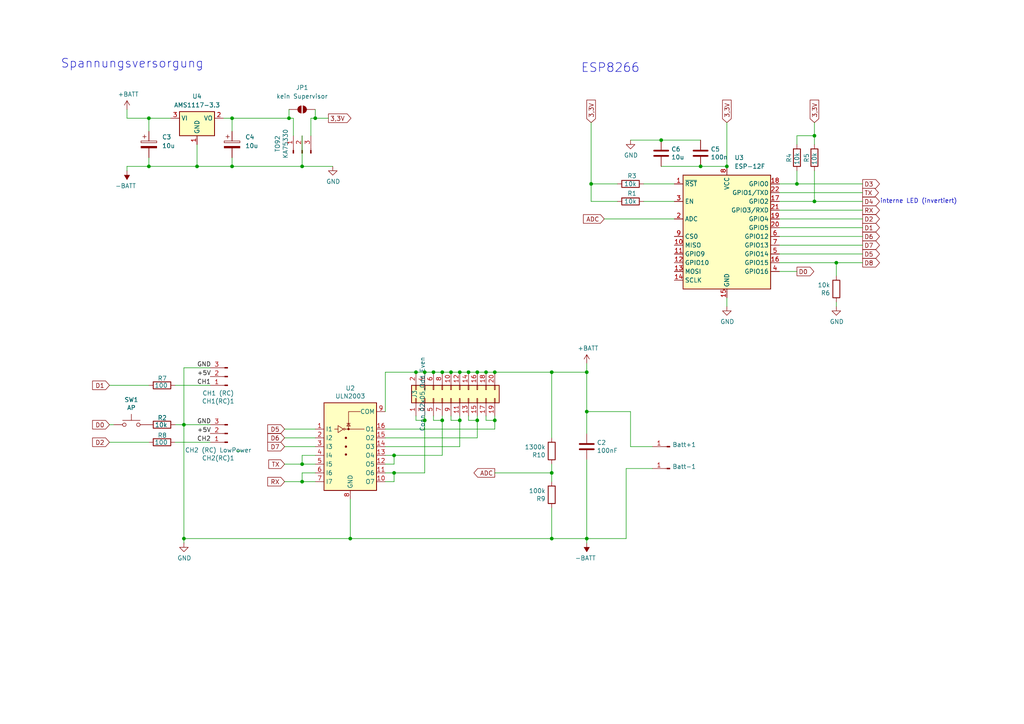
<source format=kicad_sch>
(kicad_sch
	(version 20231120)
	(generator "eeschema")
	(generator_version "8.0")
	(uuid "1ec19e6d-0844-4ed7-9061-0a9fb2bcdc9b")
	(paper "A4")
	(lib_symbols
		(symbol "Connector_Generic:Conn_02x10_Odd_Even"
			(pin_names
				(offset 1.016) hide)
			(exclude_from_sim no)
			(in_bom yes)
			(on_board yes)
			(property "Reference" "J"
				(at 1.27 12.7 0)
				(effects
					(font
						(size 1.27 1.27)
					)
				)
			)
			(property "Value" "Conn_02x10_Odd_Even"
				(at 1.27 -15.24 0)
				(effects
					(font
						(size 1.27 1.27)
					)
				)
			)
			(property "Footprint" ""
				(at 0 0 0)
				(effects
					(font
						(size 1.27 1.27)
					)
					(hide yes)
				)
			)
			(property "Datasheet" "~"
				(at 0 0 0)
				(effects
					(font
						(size 1.27 1.27)
					)
					(hide yes)
				)
			)
			(property "Description" "Generic connector, double row, 02x10, odd/even pin numbering scheme (row 1 odd numbers, row 2 even numbers), script generated (kicad-library-utils/schlib/autogen/connector/)"
				(at 0 0 0)
				(effects
					(font
						(size 1.27 1.27)
					)
					(hide yes)
				)
			)
			(property "ki_keywords" "connector"
				(at 0 0 0)
				(effects
					(font
						(size 1.27 1.27)
					)
					(hide yes)
				)
			)
			(property "ki_fp_filters" "Connector*:*_2x??_*"
				(at 0 0 0)
				(effects
					(font
						(size 1.27 1.27)
					)
					(hide yes)
				)
			)
			(symbol "Conn_02x10_Odd_Even_1_1"
				(rectangle
					(start -1.27 -12.573)
					(end 0 -12.827)
					(stroke
						(width 0.1524)
						(type default)
					)
					(fill
						(type none)
					)
				)
				(rectangle
					(start -1.27 -10.033)
					(end 0 -10.287)
					(stroke
						(width 0.1524)
						(type default)
					)
					(fill
						(type none)
					)
				)
				(rectangle
					(start -1.27 -7.493)
					(end 0 -7.747)
					(stroke
						(width 0.1524)
						(type default)
					)
					(fill
						(type none)
					)
				)
				(rectangle
					(start -1.27 -4.953)
					(end 0 -5.207)
					(stroke
						(width 0.1524)
						(type default)
					)
					(fill
						(type none)
					)
				)
				(rectangle
					(start -1.27 -2.413)
					(end 0 -2.667)
					(stroke
						(width 0.1524)
						(type default)
					)
					(fill
						(type none)
					)
				)
				(rectangle
					(start -1.27 0.127)
					(end 0 -0.127)
					(stroke
						(width 0.1524)
						(type default)
					)
					(fill
						(type none)
					)
				)
				(rectangle
					(start -1.27 2.667)
					(end 0 2.413)
					(stroke
						(width 0.1524)
						(type default)
					)
					(fill
						(type none)
					)
				)
				(rectangle
					(start -1.27 5.207)
					(end 0 4.953)
					(stroke
						(width 0.1524)
						(type default)
					)
					(fill
						(type none)
					)
				)
				(rectangle
					(start -1.27 7.747)
					(end 0 7.493)
					(stroke
						(width 0.1524)
						(type default)
					)
					(fill
						(type none)
					)
				)
				(rectangle
					(start -1.27 10.287)
					(end 0 10.033)
					(stroke
						(width 0.1524)
						(type default)
					)
					(fill
						(type none)
					)
				)
				(rectangle
					(start -1.27 11.43)
					(end 3.81 -13.97)
					(stroke
						(width 0.254)
						(type default)
					)
					(fill
						(type background)
					)
				)
				(rectangle
					(start 3.81 -12.573)
					(end 2.54 -12.827)
					(stroke
						(width 0.1524)
						(type default)
					)
					(fill
						(type none)
					)
				)
				(rectangle
					(start 3.81 -10.033)
					(end 2.54 -10.287)
					(stroke
						(width 0.1524)
						(type default)
					)
					(fill
						(type none)
					)
				)
				(rectangle
					(start 3.81 -7.493)
					(end 2.54 -7.747)
					(stroke
						(width 0.1524)
						(type default)
					)
					(fill
						(type none)
					)
				)
				(rectangle
					(start 3.81 -4.953)
					(end 2.54 -5.207)
					(stroke
						(width 0.1524)
						(type default)
					)
					(fill
						(type none)
					)
				)
				(rectangle
					(start 3.81 -2.413)
					(end 2.54 -2.667)
					(stroke
						(width 0.1524)
						(type default)
					)
					(fill
						(type none)
					)
				)
				(rectangle
					(start 3.81 0.127)
					(end 2.54 -0.127)
					(stroke
						(width 0.1524)
						(type default)
					)
					(fill
						(type none)
					)
				)
				(rectangle
					(start 3.81 2.667)
					(end 2.54 2.413)
					(stroke
						(width 0.1524)
						(type default)
					)
					(fill
						(type none)
					)
				)
				(rectangle
					(start 3.81 5.207)
					(end 2.54 4.953)
					(stroke
						(width 0.1524)
						(type default)
					)
					(fill
						(type none)
					)
				)
				(rectangle
					(start 3.81 7.747)
					(end 2.54 7.493)
					(stroke
						(width 0.1524)
						(type default)
					)
					(fill
						(type none)
					)
				)
				(rectangle
					(start 3.81 10.287)
					(end 2.54 10.033)
					(stroke
						(width 0.1524)
						(type default)
					)
					(fill
						(type none)
					)
				)
				(pin passive line
					(at -5.08 10.16 0)
					(length 3.81)
					(name "Pin_1"
						(effects
							(font
								(size 1.27 1.27)
							)
						)
					)
					(number "1"
						(effects
							(font
								(size 1.27 1.27)
							)
						)
					)
				)
				(pin passive line
					(at 7.62 0 180)
					(length 3.81)
					(name "Pin_10"
						(effects
							(font
								(size 1.27 1.27)
							)
						)
					)
					(number "10"
						(effects
							(font
								(size 1.27 1.27)
							)
						)
					)
				)
				(pin passive line
					(at -5.08 -2.54 0)
					(length 3.81)
					(name "Pin_11"
						(effects
							(font
								(size 1.27 1.27)
							)
						)
					)
					(number "11"
						(effects
							(font
								(size 1.27 1.27)
							)
						)
					)
				)
				(pin passive line
					(at 7.62 -2.54 180)
					(length 3.81)
					(name "Pin_12"
						(effects
							(font
								(size 1.27 1.27)
							)
						)
					)
					(number "12"
						(effects
							(font
								(size 1.27 1.27)
							)
						)
					)
				)
				(pin passive line
					(at -5.08 -5.08 0)
					(length 3.81)
					(name "Pin_13"
						(effects
							(font
								(size 1.27 1.27)
							)
						)
					)
					(number "13"
						(effects
							(font
								(size 1.27 1.27)
							)
						)
					)
				)
				(pin passive line
					(at 7.62 -5.08 180)
					(length 3.81)
					(name "Pin_14"
						(effects
							(font
								(size 1.27 1.27)
							)
						)
					)
					(number "14"
						(effects
							(font
								(size 1.27 1.27)
							)
						)
					)
				)
				(pin passive line
					(at -5.08 -7.62 0)
					(length 3.81)
					(name "Pin_15"
						(effects
							(font
								(size 1.27 1.27)
							)
						)
					)
					(number "15"
						(effects
							(font
								(size 1.27 1.27)
							)
						)
					)
				)
				(pin passive line
					(at 7.62 -7.62 180)
					(length 3.81)
					(name "Pin_16"
						(effects
							(font
								(size 1.27 1.27)
							)
						)
					)
					(number "16"
						(effects
							(font
								(size 1.27 1.27)
							)
						)
					)
				)
				(pin passive line
					(at -5.08 -10.16 0)
					(length 3.81)
					(name "Pin_17"
						(effects
							(font
								(size 1.27 1.27)
							)
						)
					)
					(number "17"
						(effects
							(font
								(size 1.27 1.27)
							)
						)
					)
				)
				(pin passive line
					(at 7.62 -10.16 180)
					(length 3.81)
					(name "Pin_18"
						(effects
							(font
								(size 1.27 1.27)
							)
						)
					)
					(number "18"
						(effects
							(font
								(size 1.27 1.27)
							)
						)
					)
				)
				(pin passive line
					(at -5.08 -12.7 0)
					(length 3.81)
					(name "Pin_19"
						(effects
							(font
								(size 1.27 1.27)
							)
						)
					)
					(number "19"
						(effects
							(font
								(size 1.27 1.27)
							)
						)
					)
				)
				(pin passive line
					(at 7.62 10.16 180)
					(length 3.81)
					(name "Pin_2"
						(effects
							(font
								(size 1.27 1.27)
							)
						)
					)
					(number "2"
						(effects
							(font
								(size 1.27 1.27)
							)
						)
					)
				)
				(pin passive line
					(at 7.62 -12.7 180)
					(length 3.81)
					(name "Pin_20"
						(effects
							(font
								(size 1.27 1.27)
							)
						)
					)
					(number "20"
						(effects
							(font
								(size 1.27 1.27)
							)
						)
					)
				)
				(pin passive line
					(at -5.08 7.62 0)
					(length 3.81)
					(name "Pin_3"
						(effects
							(font
								(size 1.27 1.27)
							)
						)
					)
					(number "3"
						(effects
							(font
								(size 1.27 1.27)
							)
						)
					)
				)
				(pin passive line
					(at 7.62 7.62 180)
					(length 3.81)
					(name "Pin_4"
						(effects
							(font
								(size 1.27 1.27)
							)
						)
					)
					(number "4"
						(effects
							(font
								(size 1.27 1.27)
							)
						)
					)
				)
				(pin passive line
					(at -5.08 5.08 0)
					(length 3.81)
					(name "Pin_5"
						(effects
							(font
								(size 1.27 1.27)
							)
						)
					)
					(number "5"
						(effects
							(font
								(size 1.27 1.27)
							)
						)
					)
				)
				(pin passive line
					(at 7.62 5.08 180)
					(length 3.81)
					(name "Pin_6"
						(effects
							(font
								(size 1.27 1.27)
							)
						)
					)
					(number "6"
						(effects
							(font
								(size 1.27 1.27)
							)
						)
					)
				)
				(pin passive line
					(at -5.08 2.54 0)
					(length 3.81)
					(name "Pin_7"
						(effects
							(font
								(size 1.27 1.27)
							)
						)
					)
					(number "7"
						(effects
							(font
								(size 1.27 1.27)
							)
						)
					)
				)
				(pin passive line
					(at 7.62 2.54 180)
					(length 3.81)
					(name "Pin_8"
						(effects
							(font
								(size 1.27 1.27)
							)
						)
					)
					(number "8"
						(effects
							(font
								(size 1.27 1.27)
							)
						)
					)
				)
				(pin passive line
					(at -5.08 0 0)
					(length 3.81)
					(name "Pin_9"
						(effects
							(font
								(size 1.27 1.27)
							)
						)
					)
					(number "9"
						(effects
							(font
								(size 1.27 1.27)
							)
						)
					)
				)
			)
		)
		(symbol "Device:C"
			(pin_numbers hide)
			(pin_names
				(offset 0.254)
			)
			(exclude_from_sim no)
			(in_bom yes)
			(on_board yes)
			(property "Reference" "C"
				(at 0.635 2.54 0)
				(effects
					(font
						(size 1.27 1.27)
					)
					(justify left)
				)
			)
			(property "Value" "C"
				(at 0.635 -2.54 0)
				(effects
					(font
						(size 1.27 1.27)
					)
					(justify left)
				)
			)
			(property "Footprint" ""
				(at 0.9652 -3.81 0)
				(effects
					(font
						(size 1.27 1.27)
					)
					(hide yes)
				)
			)
			(property "Datasheet" "~"
				(at 0 0 0)
				(effects
					(font
						(size 1.27 1.27)
					)
					(hide yes)
				)
			)
			(property "Description" "Unpolarized capacitor"
				(at 0 0 0)
				(effects
					(font
						(size 1.27 1.27)
					)
					(hide yes)
				)
			)
			(property "ki_keywords" "cap capacitor"
				(at 0 0 0)
				(effects
					(font
						(size 1.27 1.27)
					)
					(hide yes)
				)
			)
			(property "ki_fp_filters" "C_*"
				(at 0 0 0)
				(effects
					(font
						(size 1.27 1.27)
					)
					(hide yes)
				)
			)
			(symbol "C_0_1"
				(polyline
					(pts
						(xy -2.032 -0.762) (xy 2.032 -0.762)
					)
					(stroke
						(width 0.508)
						(type default)
					)
					(fill
						(type none)
					)
				)
				(polyline
					(pts
						(xy -2.032 0.762) (xy 2.032 0.762)
					)
					(stroke
						(width 0.508)
						(type default)
					)
					(fill
						(type none)
					)
				)
			)
			(symbol "C_1_1"
				(pin passive line
					(at 0 3.81 270)
					(length 2.794)
					(name "~"
						(effects
							(font
								(size 1.27 1.27)
							)
						)
					)
					(number "1"
						(effects
							(font
								(size 1.27 1.27)
							)
						)
					)
				)
				(pin passive line
					(at 0 -3.81 90)
					(length 2.794)
					(name "~"
						(effects
							(font
								(size 1.27 1.27)
							)
						)
					)
					(number "2"
						(effects
							(font
								(size 1.27 1.27)
							)
						)
					)
				)
			)
		)
		(symbol "Device:C_Polarized"
			(pin_numbers hide)
			(pin_names
				(offset 0.254)
			)
			(exclude_from_sim no)
			(in_bom yes)
			(on_board yes)
			(property "Reference" "C"
				(at 0.635 2.54 0)
				(effects
					(font
						(size 1.27 1.27)
					)
					(justify left)
				)
			)
			(property "Value" "C_Polarized"
				(at 0.635 -2.54 0)
				(effects
					(font
						(size 1.27 1.27)
					)
					(justify left)
				)
			)
			(property "Footprint" ""
				(at 0.9652 -3.81 0)
				(effects
					(font
						(size 1.27 1.27)
					)
					(hide yes)
				)
			)
			(property "Datasheet" "~"
				(at 0 0 0)
				(effects
					(font
						(size 1.27 1.27)
					)
					(hide yes)
				)
			)
			(property "Description" "Polarized capacitor"
				(at 0 0 0)
				(effects
					(font
						(size 1.27 1.27)
					)
					(hide yes)
				)
			)
			(property "ki_keywords" "cap capacitor"
				(at 0 0 0)
				(effects
					(font
						(size 1.27 1.27)
					)
					(hide yes)
				)
			)
			(property "ki_fp_filters" "CP_*"
				(at 0 0 0)
				(effects
					(font
						(size 1.27 1.27)
					)
					(hide yes)
				)
			)
			(symbol "C_Polarized_0_1"
				(rectangle
					(start -2.286 0.508)
					(end 2.286 1.016)
					(stroke
						(width 0)
						(type default)
					)
					(fill
						(type none)
					)
				)
				(polyline
					(pts
						(xy -1.778 2.286) (xy -0.762 2.286)
					)
					(stroke
						(width 0)
						(type default)
					)
					(fill
						(type none)
					)
				)
				(polyline
					(pts
						(xy -1.27 2.794) (xy -1.27 1.778)
					)
					(stroke
						(width 0)
						(type default)
					)
					(fill
						(type none)
					)
				)
				(rectangle
					(start 2.286 -0.508)
					(end -2.286 -1.016)
					(stroke
						(width 0)
						(type default)
					)
					(fill
						(type outline)
					)
				)
			)
			(symbol "C_Polarized_1_1"
				(pin passive line
					(at 0 3.81 270)
					(length 2.794)
					(name "~"
						(effects
							(font
								(size 1.27 1.27)
							)
						)
					)
					(number "1"
						(effects
							(font
								(size 1.27 1.27)
							)
						)
					)
				)
				(pin passive line
					(at 0 -3.81 90)
					(length 2.794)
					(name "~"
						(effects
							(font
								(size 1.27 1.27)
							)
						)
					)
					(number "2"
						(effects
							(font
								(size 1.27 1.27)
							)
						)
					)
				)
			)
		)
		(symbol "Device:R"
			(pin_numbers hide)
			(pin_names
				(offset 0)
			)
			(exclude_from_sim no)
			(in_bom yes)
			(on_board yes)
			(property "Reference" "R"
				(at 2.032 0 90)
				(effects
					(font
						(size 1.27 1.27)
					)
				)
			)
			(property "Value" "R"
				(at 0 0 90)
				(effects
					(font
						(size 1.27 1.27)
					)
				)
			)
			(property "Footprint" ""
				(at -1.778 0 90)
				(effects
					(font
						(size 1.27 1.27)
					)
					(hide yes)
				)
			)
			(property "Datasheet" "~"
				(at 0 0 0)
				(effects
					(font
						(size 1.27 1.27)
					)
					(hide yes)
				)
			)
			(property "Description" "Resistor"
				(at 0 0 0)
				(effects
					(font
						(size 1.27 1.27)
					)
					(hide yes)
				)
			)
			(property "ki_keywords" "R res resistor"
				(at 0 0 0)
				(effects
					(font
						(size 1.27 1.27)
					)
					(hide yes)
				)
			)
			(property "ki_fp_filters" "R_*"
				(at 0 0 0)
				(effects
					(font
						(size 1.27 1.27)
					)
					(hide yes)
				)
			)
			(symbol "R_0_1"
				(rectangle
					(start -1.016 -2.54)
					(end 1.016 2.54)
					(stroke
						(width 0.254)
						(type default)
					)
					(fill
						(type none)
					)
				)
			)
			(symbol "R_1_1"
				(pin passive line
					(at 0 3.81 270)
					(length 1.27)
					(name "~"
						(effects
							(font
								(size 1.27 1.27)
							)
						)
					)
					(number "1"
						(effects
							(font
								(size 1.27 1.27)
							)
						)
					)
				)
				(pin passive line
					(at 0 -3.81 90)
					(length 1.27)
					(name "~"
						(effects
							(font
								(size 1.27 1.27)
							)
						)
					)
					(number "2"
						(effects
							(font
								(size 1.27 1.27)
							)
						)
					)
				)
			)
		)
		(symbol "FlightLight-rescue:+BATT-power"
			(power)
			(pin_names
				(offset 0)
			)
			(exclude_from_sim no)
			(in_bom yes)
			(on_board yes)
			(property "Reference" "#PWR"
				(at 0 -3.81 0)
				(effects
					(font
						(size 1.27 1.27)
					)
					(hide yes)
				)
			)
			(property "Value" "power_+BATT"
				(at 0 3.556 0)
				(effects
					(font
						(size 1.27 1.27)
					)
				)
			)
			(property "Footprint" ""
				(at 0 0 0)
				(effects
					(font
						(size 1.27 1.27)
					)
					(hide yes)
				)
			)
			(property "Datasheet" ""
				(at 0 0 0)
				(effects
					(font
						(size 1.27 1.27)
					)
					(hide yes)
				)
			)
			(property "Description" ""
				(at 0 0 0)
				(effects
					(font
						(size 1.27 1.27)
					)
					(hide yes)
				)
			)
			(symbol "+BATT-power_0_1"
				(polyline
					(pts
						(xy -0.762 1.27) (xy 0 2.54)
					)
					(stroke
						(width 0)
						(type solid)
					)
					(fill
						(type none)
					)
				)
				(polyline
					(pts
						(xy 0 0) (xy 0 2.54)
					)
					(stroke
						(width 0)
						(type solid)
					)
					(fill
						(type none)
					)
				)
				(polyline
					(pts
						(xy 0 2.54) (xy 0.762 1.27)
					)
					(stroke
						(width 0)
						(type solid)
					)
					(fill
						(type none)
					)
				)
			)
			(symbol "+BATT-power_1_1"
				(pin power_in line
					(at 0 0 90)
					(length 0) hide
					(name "+BATT"
						(effects
							(font
								(size 1.27 1.27)
							)
						)
					)
					(number "1"
						(effects
							(font
								(size 1.27 1.27)
							)
						)
					)
				)
			)
		)
		(symbol "FlightLight-rescue:-BATT-power"
			(power)
			(pin_names
				(offset 0)
			)
			(exclude_from_sim no)
			(in_bom yes)
			(on_board yes)
			(property "Reference" "#PWR"
				(at 0 -3.81 0)
				(effects
					(font
						(size 1.27 1.27)
					)
					(hide yes)
				)
			)
			(property "Value" "power_-BATT"
				(at 0 3.556 0)
				(effects
					(font
						(size 1.27 1.27)
					)
				)
			)
			(property "Footprint" ""
				(at 0 0 0)
				(effects
					(font
						(size 1.27 1.27)
					)
					(hide yes)
				)
			)
			(property "Datasheet" ""
				(at 0 0 0)
				(effects
					(font
						(size 1.27 1.27)
					)
					(hide yes)
				)
			)
			(property "Description" ""
				(at 0 0 0)
				(effects
					(font
						(size 1.27 1.27)
					)
					(hide yes)
				)
			)
			(symbol "-BATT-power_0_1"
				(polyline
					(pts
						(xy 0 0) (xy 0 2.54)
					)
					(stroke
						(width 0)
						(type solid)
					)
					(fill
						(type none)
					)
				)
				(polyline
					(pts
						(xy 0.762 1.27) (xy -0.762 1.27) (xy 0 2.54) (xy 0.762 1.27)
					)
					(stroke
						(width 0)
						(type solid)
					)
					(fill
						(type outline)
					)
				)
			)
			(symbol "-BATT-power_1_1"
				(pin power_in line
					(at 0 0 90)
					(length 0) hide
					(name "-BATT"
						(effects
							(font
								(size 1.27 1.27)
							)
						)
					)
					(number "1"
						(effects
							(font
								(size 1.27 1.27)
							)
						)
					)
				)
			)
		)
		(symbol "FlightLight-rescue:Conn_01x01_Male-Connector"
			(pin_names
				(offset 1.016) hide)
			(exclude_from_sim no)
			(in_bom yes)
			(on_board yes)
			(property "Reference" "J"
				(at 0 2.54 0)
				(effects
					(font
						(size 1.27 1.27)
					)
				)
			)
			(property "Value" "Connector_Conn_01x01_Male"
				(at 0 -2.54 0)
				(effects
					(font
						(size 1.27 1.27)
					)
				)
			)
			(property "Footprint" ""
				(at 0 0 0)
				(effects
					(font
						(size 1.27 1.27)
					)
					(hide yes)
				)
			)
			(property "Datasheet" ""
				(at 0 0 0)
				(effects
					(font
						(size 1.27 1.27)
					)
					(hide yes)
				)
			)
			(property "Description" ""
				(at 0 0 0)
				(effects
					(font
						(size 1.27 1.27)
					)
					(hide yes)
				)
			)
			(property "ki_fp_filters" "Connector*:*"
				(at 0 0 0)
				(effects
					(font
						(size 1.27 1.27)
					)
					(hide yes)
				)
			)
			(symbol "Conn_01x01_Male-Connector_1_1"
				(polyline
					(pts
						(xy 1.27 0) (xy 0.8636 0)
					)
					(stroke
						(width 0.1524)
						(type solid)
					)
					(fill
						(type none)
					)
				)
				(rectangle
					(start 0.8636 0.127)
					(end 0 -0.127)
					(stroke
						(width 0.1524)
						(type solid)
					)
					(fill
						(type outline)
					)
				)
				(pin passive line
					(at 5.08 0 180)
					(length 3.81)
					(name "Pin_1"
						(effects
							(font
								(size 1.27 1.27)
							)
						)
					)
					(number "1"
						(effects
							(font
								(size 1.27 1.27)
							)
						)
					)
				)
			)
		)
		(symbol "FlightLight-rescue:Conn_01x03_Male-Connector"
			(pin_names
				(offset 1.016) hide)
			(exclude_from_sim no)
			(in_bom yes)
			(on_board yes)
			(property "Reference" "J"
				(at 0 5.08 0)
				(effects
					(font
						(size 1.27 1.27)
					)
				)
			)
			(property "Value" "Connector_Conn_01x03_Male"
				(at 0 -5.08 0)
				(effects
					(font
						(size 1.27 1.27)
					)
				)
			)
			(property "Footprint" ""
				(at 0 0 0)
				(effects
					(font
						(size 1.27 1.27)
					)
					(hide yes)
				)
			)
			(property "Datasheet" ""
				(at 0 0 0)
				(effects
					(font
						(size 1.27 1.27)
					)
					(hide yes)
				)
			)
			(property "Description" ""
				(at 0 0 0)
				(effects
					(font
						(size 1.27 1.27)
					)
					(hide yes)
				)
			)
			(property "ki_fp_filters" "Connector*:*_1x??_*"
				(at 0 0 0)
				(effects
					(font
						(size 1.27 1.27)
					)
					(hide yes)
				)
			)
			(symbol "Conn_01x03_Male-Connector_1_1"
				(polyline
					(pts
						(xy 1.27 -2.54) (xy 0.8636 -2.54)
					)
					(stroke
						(width 0.1524)
						(type solid)
					)
					(fill
						(type none)
					)
				)
				(polyline
					(pts
						(xy 1.27 0) (xy 0.8636 0)
					)
					(stroke
						(width 0.1524)
						(type solid)
					)
					(fill
						(type none)
					)
				)
				(polyline
					(pts
						(xy 1.27 2.54) (xy 0.8636 2.54)
					)
					(stroke
						(width 0.1524)
						(type solid)
					)
					(fill
						(type none)
					)
				)
				(rectangle
					(start 0.8636 -2.413)
					(end 0 -2.667)
					(stroke
						(width 0.1524)
						(type solid)
					)
					(fill
						(type outline)
					)
				)
				(rectangle
					(start 0.8636 0.127)
					(end 0 -0.127)
					(stroke
						(width 0.1524)
						(type solid)
					)
					(fill
						(type outline)
					)
				)
				(rectangle
					(start 0.8636 2.667)
					(end 0 2.413)
					(stroke
						(width 0.1524)
						(type solid)
					)
					(fill
						(type outline)
					)
				)
				(pin passive line
					(at 5.08 2.54 180)
					(length 3.81)
					(name "Pin_1"
						(effects
							(font
								(size 1.27 1.27)
							)
						)
					)
					(number "1"
						(effects
							(font
								(size 1.27 1.27)
							)
						)
					)
				)
				(pin passive line
					(at 5.08 0 180)
					(length 3.81)
					(name "Pin_2"
						(effects
							(font
								(size 1.27 1.27)
							)
						)
					)
					(number "2"
						(effects
							(font
								(size 1.27 1.27)
							)
						)
					)
				)
				(pin passive line
					(at 5.08 -2.54 180)
					(length 3.81)
					(name "Pin_3"
						(effects
							(font
								(size 1.27 1.27)
							)
						)
					)
					(number "3"
						(effects
							(font
								(size 1.27 1.27)
							)
						)
					)
				)
			)
		)
		(symbol "FlightLight-rescue:GND-power"
			(power)
			(pin_names
				(offset 0)
			)
			(exclude_from_sim no)
			(in_bom yes)
			(on_board yes)
			(property "Reference" "#PWR"
				(at 0 -6.35 0)
				(effects
					(font
						(size 1.27 1.27)
					)
					(hide yes)
				)
			)
			(property "Value" "power_GND"
				(at 0 -3.81 0)
				(effects
					(font
						(size 1.27 1.27)
					)
				)
			)
			(property "Footprint" ""
				(at 0 0 0)
				(effects
					(font
						(size 1.27 1.27)
					)
					(hide yes)
				)
			)
			(property "Datasheet" ""
				(at 0 0 0)
				(effects
					(font
						(size 1.27 1.27)
					)
					(hide yes)
				)
			)
			(property "Description" ""
				(at 0 0 0)
				(effects
					(font
						(size 1.27 1.27)
					)
					(hide yes)
				)
			)
			(symbol "GND-power_0_1"
				(polyline
					(pts
						(xy 0 0) (xy 0 -1.27) (xy 1.27 -1.27) (xy 0 -2.54) (xy -1.27 -1.27) (xy 0 -1.27)
					)
					(stroke
						(width 0)
						(type solid)
					)
					(fill
						(type none)
					)
				)
			)
			(symbol "GND-power_1_1"
				(pin power_in line
					(at 0 0 270)
					(length 0) hide
					(name "GND"
						(effects
							(font
								(size 1.27 1.27)
							)
						)
					)
					(number "1"
						(effects
							(font
								(size 1.27 1.27)
							)
						)
					)
				)
			)
		)
		(symbol "Jumper:SolderJumper_2_Open"
			(pin_numbers hide)
			(pin_names
				(offset 0) hide)
			(exclude_from_sim yes)
			(in_bom no)
			(on_board yes)
			(property "Reference" "JP"
				(at 0 2.032 0)
				(effects
					(font
						(size 1.27 1.27)
					)
				)
			)
			(property "Value" "SolderJumper_2_Open"
				(at 0 -2.54 0)
				(effects
					(font
						(size 1.27 1.27)
					)
				)
			)
			(property "Footprint" ""
				(at 0 0 0)
				(effects
					(font
						(size 1.27 1.27)
					)
					(hide yes)
				)
			)
			(property "Datasheet" "~"
				(at 0 0 0)
				(effects
					(font
						(size 1.27 1.27)
					)
					(hide yes)
				)
			)
			(property "Description" "Solder Jumper, 2-pole, open"
				(at 0 0 0)
				(effects
					(font
						(size 1.27 1.27)
					)
					(hide yes)
				)
			)
			(property "ki_keywords" "solder jumper SPST"
				(at 0 0 0)
				(effects
					(font
						(size 1.27 1.27)
					)
					(hide yes)
				)
			)
			(property "ki_fp_filters" "SolderJumper*Open*"
				(at 0 0 0)
				(effects
					(font
						(size 1.27 1.27)
					)
					(hide yes)
				)
			)
			(symbol "SolderJumper_2_Open_0_1"
				(arc
					(start -0.254 1.016)
					(mid -1.2656 0)
					(end -0.254 -1.016)
					(stroke
						(width 0)
						(type default)
					)
					(fill
						(type none)
					)
				)
				(arc
					(start -0.254 1.016)
					(mid -1.2656 0)
					(end -0.254 -1.016)
					(stroke
						(width 0)
						(type default)
					)
					(fill
						(type outline)
					)
				)
				(polyline
					(pts
						(xy -0.254 1.016) (xy -0.254 -1.016)
					)
					(stroke
						(width 0)
						(type default)
					)
					(fill
						(type none)
					)
				)
				(polyline
					(pts
						(xy 0.254 1.016) (xy 0.254 -1.016)
					)
					(stroke
						(width 0)
						(type default)
					)
					(fill
						(type none)
					)
				)
				(arc
					(start 0.254 -1.016)
					(mid 1.2656 0)
					(end 0.254 1.016)
					(stroke
						(width 0)
						(type default)
					)
					(fill
						(type none)
					)
				)
				(arc
					(start 0.254 -1.016)
					(mid 1.2656 0)
					(end 0.254 1.016)
					(stroke
						(width 0)
						(type default)
					)
					(fill
						(type outline)
					)
				)
			)
			(symbol "SolderJumper_2_Open_1_1"
				(pin passive line
					(at -3.81 0 0)
					(length 2.54)
					(name "A"
						(effects
							(font
								(size 1.27 1.27)
							)
						)
					)
					(number "1"
						(effects
							(font
								(size 1.27 1.27)
							)
						)
					)
				)
				(pin passive line
					(at 3.81 0 180)
					(length 2.54)
					(name "B"
						(effects
							(font
								(size 1.27 1.27)
							)
						)
					)
					(number "2"
						(effects
							(font
								(size 1.27 1.27)
							)
						)
					)
				)
			)
		)
		(symbol "RF_Module:ESP-12F"
			(exclude_from_sim no)
			(in_bom yes)
			(on_board yes)
			(property "Reference" "U"
				(at -12.7 19.05 0)
				(effects
					(font
						(size 1.27 1.27)
					)
					(justify left)
				)
			)
			(property "Value" "ESP-12F"
				(at 12.7 19.05 0)
				(effects
					(font
						(size 1.27 1.27)
					)
					(justify right)
				)
			)
			(property "Footprint" "RF_Module:ESP-12E"
				(at 0 0 0)
				(effects
					(font
						(size 1.27 1.27)
					)
					(hide yes)
				)
			)
			(property "Datasheet" "http://wiki.ai-thinker.com/_media/esp8266/esp8266_series_modules_user_manual_v1.1.pdf"
				(at -8.89 2.54 0)
				(effects
					(font
						(size 1.27 1.27)
					)
					(hide yes)
				)
			)
			(property "Description" "802.11 b/g/n Wi-Fi Module"
				(at 0 0 0)
				(effects
					(font
						(size 1.27 1.27)
					)
					(hide yes)
				)
			)
			(property "ki_keywords" "802.11 Wi-Fi"
				(at 0 0 0)
				(effects
					(font
						(size 1.27 1.27)
					)
					(hide yes)
				)
			)
			(property "ki_fp_filters" "ESP?12*"
				(at 0 0 0)
				(effects
					(font
						(size 1.27 1.27)
					)
					(hide yes)
				)
			)
			(symbol "ESP-12F_0_1"
				(rectangle
					(start -12.7 17.78)
					(end 12.7 -15.24)
					(stroke
						(width 0.254)
						(type default)
					)
					(fill
						(type background)
					)
				)
			)
			(symbol "ESP-12F_1_1"
				(pin input line
					(at -15.24 15.24 0)
					(length 2.54)
					(name "~{RST}"
						(effects
							(font
								(size 1.27 1.27)
							)
						)
					)
					(number "1"
						(effects
							(font
								(size 1.27 1.27)
							)
						)
					)
				)
				(pin bidirectional line
					(at -15.24 -2.54 0)
					(length 2.54)
					(name "MISO"
						(effects
							(font
								(size 1.27 1.27)
							)
						)
					)
					(number "10"
						(effects
							(font
								(size 1.27 1.27)
							)
						)
					)
				)
				(pin bidirectional line
					(at -15.24 -5.08 0)
					(length 2.54)
					(name "GPIO9"
						(effects
							(font
								(size 1.27 1.27)
							)
						)
					)
					(number "11"
						(effects
							(font
								(size 1.27 1.27)
							)
						)
					)
				)
				(pin bidirectional line
					(at -15.24 -7.62 0)
					(length 2.54)
					(name "GPIO10"
						(effects
							(font
								(size 1.27 1.27)
							)
						)
					)
					(number "12"
						(effects
							(font
								(size 1.27 1.27)
							)
						)
					)
				)
				(pin bidirectional line
					(at -15.24 -10.16 0)
					(length 2.54)
					(name "MOSI"
						(effects
							(font
								(size 1.27 1.27)
							)
						)
					)
					(number "13"
						(effects
							(font
								(size 1.27 1.27)
							)
						)
					)
				)
				(pin bidirectional line
					(at -15.24 -12.7 0)
					(length 2.54)
					(name "SCLK"
						(effects
							(font
								(size 1.27 1.27)
							)
						)
					)
					(number "14"
						(effects
							(font
								(size 1.27 1.27)
							)
						)
					)
				)
				(pin power_in line
					(at 0 -17.78 90)
					(length 2.54)
					(name "GND"
						(effects
							(font
								(size 1.27 1.27)
							)
						)
					)
					(number "15"
						(effects
							(font
								(size 1.27 1.27)
							)
						)
					)
				)
				(pin bidirectional line
					(at 15.24 -7.62 180)
					(length 2.54)
					(name "GPIO15"
						(effects
							(font
								(size 1.27 1.27)
							)
						)
					)
					(number "16"
						(effects
							(font
								(size 1.27 1.27)
							)
						)
					)
				)
				(pin bidirectional line
					(at 15.24 10.16 180)
					(length 2.54)
					(name "GPIO2"
						(effects
							(font
								(size 1.27 1.27)
							)
						)
					)
					(number "17"
						(effects
							(font
								(size 1.27 1.27)
							)
						)
					)
				)
				(pin bidirectional line
					(at 15.24 15.24 180)
					(length 2.54)
					(name "GPIO0"
						(effects
							(font
								(size 1.27 1.27)
							)
						)
					)
					(number "18"
						(effects
							(font
								(size 1.27 1.27)
							)
						)
					)
				)
				(pin bidirectional line
					(at 15.24 5.08 180)
					(length 2.54)
					(name "GPIO4"
						(effects
							(font
								(size 1.27 1.27)
							)
						)
					)
					(number "19"
						(effects
							(font
								(size 1.27 1.27)
							)
						)
					)
				)
				(pin input line
					(at -15.24 5.08 0)
					(length 2.54)
					(name "ADC"
						(effects
							(font
								(size 1.27 1.27)
							)
						)
					)
					(number "2"
						(effects
							(font
								(size 1.27 1.27)
							)
						)
					)
				)
				(pin bidirectional line
					(at 15.24 2.54 180)
					(length 2.54)
					(name "GPIO5"
						(effects
							(font
								(size 1.27 1.27)
							)
						)
					)
					(number "20"
						(effects
							(font
								(size 1.27 1.27)
							)
						)
					)
				)
				(pin bidirectional line
					(at 15.24 7.62 180)
					(length 2.54)
					(name "GPIO3/RXD"
						(effects
							(font
								(size 1.27 1.27)
							)
						)
					)
					(number "21"
						(effects
							(font
								(size 1.27 1.27)
							)
						)
					)
				)
				(pin bidirectional line
					(at 15.24 12.7 180)
					(length 2.54)
					(name "GPIO1/TXD"
						(effects
							(font
								(size 1.27 1.27)
							)
						)
					)
					(number "22"
						(effects
							(font
								(size 1.27 1.27)
							)
						)
					)
				)
				(pin input line
					(at -15.24 10.16 0)
					(length 2.54)
					(name "EN"
						(effects
							(font
								(size 1.27 1.27)
							)
						)
					)
					(number "3"
						(effects
							(font
								(size 1.27 1.27)
							)
						)
					)
				)
				(pin bidirectional line
					(at 15.24 -10.16 180)
					(length 2.54)
					(name "GPIO16"
						(effects
							(font
								(size 1.27 1.27)
							)
						)
					)
					(number "4"
						(effects
							(font
								(size 1.27 1.27)
							)
						)
					)
				)
				(pin bidirectional line
					(at 15.24 -5.08 180)
					(length 2.54)
					(name "GPIO14"
						(effects
							(font
								(size 1.27 1.27)
							)
						)
					)
					(number "5"
						(effects
							(font
								(size 1.27 1.27)
							)
						)
					)
				)
				(pin bidirectional line
					(at 15.24 0 180)
					(length 2.54)
					(name "GPIO12"
						(effects
							(font
								(size 1.27 1.27)
							)
						)
					)
					(number "6"
						(effects
							(font
								(size 1.27 1.27)
							)
						)
					)
				)
				(pin bidirectional line
					(at 15.24 -2.54 180)
					(length 2.54)
					(name "GPIO13"
						(effects
							(font
								(size 1.27 1.27)
							)
						)
					)
					(number "7"
						(effects
							(font
								(size 1.27 1.27)
							)
						)
					)
				)
				(pin power_in line
					(at 0 20.32 270)
					(length 2.54)
					(name "VCC"
						(effects
							(font
								(size 1.27 1.27)
							)
						)
					)
					(number "8"
						(effects
							(font
								(size 1.27 1.27)
							)
						)
					)
				)
				(pin input line
					(at -15.24 0 0)
					(length 2.54)
					(name "CS0"
						(effects
							(font
								(size 1.27 1.27)
							)
						)
					)
					(number "9"
						(effects
							(font
								(size 1.27 1.27)
							)
						)
					)
				)
			)
		)
		(symbol "Regulator_Linear:AMS1117-3.3"
			(exclude_from_sim no)
			(in_bom yes)
			(on_board yes)
			(property "Reference" "U"
				(at -3.81 3.175 0)
				(effects
					(font
						(size 1.27 1.27)
					)
				)
			)
			(property "Value" "AMS1117-3.3"
				(at 0 3.175 0)
				(effects
					(font
						(size 1.27 1.27)
					)
					(justify left)
				)
			)
			(property "Footprint" "Package_TO_SOT_SMD:SOT-223-3_TabPin2"
				(at 0 5.08 0)
				(effects
					(font
						(size 1.27 1.27)
					)
					(hide yes)
				)
			)
			(property "Datasheet" "http://www.advanced-monolithic.com/pdf/ds1117.pdf"
				(at 2.54 -6.35 0)
				(effects
					(font
						(size 1.27 1.27)
					)
					(hide yes)
				)
			)
			(property "Description" "1A Low Dropout regulator, positive, 3.3V fixed output, SOT-223"
				(at 0 0 0)
				(effects
					(font
						(size 1.27 1.27)
					)
					(hide yes)
				)
			)
			(property "ki_keywords" "linear regulator ldo fixed positive"
				(at 0 0 0)
				(effects
					(font
						(size 1.27 1.27)
					)
					(hide yes)
				)
			)
			(property "ki_fp_filters" "SOT?223*TabPin2*"
				(at 0 0 0)
				(effects
					(font
						(size 1.27 1.27)
					)
					(hide yes)
				)
			)
			(symbol "AMS1117-3.3_0_1"
				(rectangle
					(start -5.08 -5.08)
					(end 5.08 1.905)
					(stroke
						(width 0.254)
						(type default)
					)
					(fill
						(type background)
					)
				)
			)
			(symbol "AMS1117-3.3_1_1"
				(pin power_in line
					(at 0 -7.62 90)
					(length 2.54)
					(name "GND"
						(effects
							(font
								(size 1.27 1.27)
							)
						)
					)
					(number "1"
						(effects
							(font
								(size 1.27 1.27)
							)
						)
					)
				)
				(pin power_out line
					(at 7.62 0 180)
					(length 2.54)
					(name "VO"
						(effects
							(font
								(size 1.27 1.27)
							)
						)
					)
					(number "2"
						(effects
							(font
								(size 1.27 1.27)
							)
						)
					)
				)
				(pin power_in line
					(at -7.62 0 0)
					(length 2.54)
					(name "VI"
						(effects
							(font
								(size 1.27 1.27)
							)
						)
					)
					(number "3"
						(effects
							(font
								(size 1.27 1.27)
							)
						)
					)
				)
			)
		)
		(symbol "Switch:SW_Push"
			(pin_numbers hide)
			(pin_names
				(offset 1.016) hide)
			(exclude_from_sim no)
			(in_bom yes)
			(on_board yes)
			(property "Reference" "SW"
				(at 1.27 2.54 0)
				(effects
					(font
						(size 1.27 1.27)
					)
					(justify left)
				)
			)
			(property "Value" "SW_Push"
				(at 0 -1.524 0)
				(effects
					(font
						(size 1.27 1.27)
					)
				)
			)
			(property "Footprint" ""
				(at 0 5.08 0)
				(effects
					(font
						(size 1.27 1.27)
					)
					(hide yes)
				)
			)
			(property "Datasheet" "~"
				(at 0 5.08 0)
				(effects
					(font
						(size 1.27 1.27)
					)
					(hide yes)
				)
			)
			(property "Description" "Push button switch, generic, two pins"
				(at 0 0 0)
				(effects
					(font
						(size 1.27 1.27)
					)
					(hide yes)
				)
			)
			(property "ki_keywords" "switch normally-open pushbutton push-button"
				(at 0 0 0)
				(effects
					(font
						(size 1.27 1.27)
					)
					(hide yes)
				)
			)
			(symbol "SW_Push_0_1"
				(circle
					(center -2.032 0)
					(radius 0.508)
					(stroke
						(width 0)
						(type default)
					)
					(fill
						(type none)
					)
				)
				(polyline
					(pts
						(xy 0 1.27) (xy 0 3.048)
					)
					(stroke
						(width 0)
						(type default)
					)
					(fill
						(type none)
					)
				)
				(polyline
					(pts
						(xy 2.54 1.27) (xy -2.54 1.27)
					)
					(stroke
						(width 0)
						(type default)
					)
					(fill
						(type none)
					)
				)
				(circle
					(center 2.032 0)
					(radius 0.508)
					(stroke
						(width 0)
						(type default)
					)
					(fill
						(type none)
					)
				)
				(pin passive line
					(at -5.08 0 0)
					(length 2.54)
					(name "1"
						(effects
							(font
								(size 1.27 1.27)
							)
						)
					)
					(number "1"
						(effects
							(font
								(size 1.27 1.27)
							)
						)
					)
				)
				(pin passive line
					(at 5.08 0 180)
					(length 2.54)
					(name "2"
						(effects
							(font
								(size 1.27 1.27)
							)
						)
					)
					(number "2"
						(effects
							(font
								(size 1.27 1.27)
							)
						)
					)
				)
			)
		)
		(symbol "Transistor_Array:ULN2003"
			(exclude_from_sim no)
			(in_bom yes)
			(on_board yes)
			(property "Reference" "U"
				(at 0 15.875 0)
				(effects
					(font
						(size 1.27 1.27)
					)
				)
			)
			(property "Value" "ULN2003"
				(at 0 13.97 0)
				(effects
					(font
						(size 1.27 1.27)
					)
				)
			)
			(property "Footprint" ""
				(at 1.27 -13.97 0)
				(effects
					(font
						(size 1.27 1.27)
					)
					(justify left)
					(hide yes)
				)
			)
			(property "Datasheet" "http://www.ti.com/lit/ds/symlink/uln2003a.pdf"
				(at 2.54 -5.08 0)
				(effects
					(font
						(size 1.27 1.27)
					)
					(hide yes)
				)
			)
			(property "Description" "High Voltage, High Current Darlington Transistor Arrays, SOIC16/SOIC16W/DIP16/TSSOP16"
				(at 0 0 0)
				(effects
					(font
						(size 1.27 1.27)
					)
					(hide yes)
				)
			)
			(property "ki_keywords" "darlington transistor array"
				(at 0 0 0)
				(effects
					(font
						(size 1.27 1.27)
					)
					(hide yes)
				)
			)
			(property "ki_fp_filters" "DIP*W7.62mm* SOIC*3.9x9.9mm*P1.27mm* SSOP*4.4x5.2mm*P0.65mm* TSSOP*4.4x5mm*P0.65mm* SOIC*W*5.3x10.2mm*P1.27mm*"
				(at 0 0 0)
				(effects
					(font
						(size 1.27 1.27)
					)
					(hide yes)
				)
			)
			(symbol "ULN2003_0_1"
				(rectangle
					(start -7.62 -12.7)
					(end 7.62 12.7)
					(stroke
						(width 0.254)
						(type default)
					)
					(fill
						(type background)
					)
				)
				(circle
					(center -1.778 5.08)
					(radius 0.254)
					(stroke
						(width 0)
						(type default)
					)
					(fill
						(type none)
					)
				)
				(circle
					(center -1.27 -2.286)
					(radius 0.254)
					(stroke
						(width 0)
						(type default)
					)
					(fill
						(type outline)
					)
				)
				(circle
					(center -1.27 0)
					(radius 0.254)
					(stroke
						(width 0)
						(type default)
					)
					(fill
						(type outline)
					)
				)
				(circle
					(center -1.27 2.54)
					(radius 0.254)
					(stroke
						(width 0)
						(type default)
					)
					(fill
						(type outline)
					)
				)
				(circle
					(center -0.508 5.08)
					(radius 0.254)
					(stroke
						(width 0)
						(type default)
					)
					(fill
						(type outline)
					)
				)
				(polyline
					(pts
						(xy -4.572 5.08) (xy -3.556 5.08)
					)
					(stroke
						(width 0)
						(type default)
					)
					(fill
						(type none)
					)
				)
				(polyline
					(pts
						(xy -1.524 5.08) (xy 4.064 5.08)
					)
					(stroke
						(width 0)
						(type default)
					)
					(fill
						(type none)
					)
				)
				(polyline
					(pts
						(xy 0 6.731) (xy -1.016 6.731)
					)
					(stroke
						(width 0)
						(type default)
					)
					(fill
						(type none)
					)
				)
				(polyline
					(pts
						(xy -0.508 5.08) (xy -0.508 10.16) (xy 2.921 10.16)
					)
					(stroke
						(width 0)
						(type default)
					)
					(fill
						(type none)
					)
				)
				(polyline
					(pts
						(xy -3.556 6.096) (xy -3.556 4.064) (xy -2.032 5.08) (xy -3.556 6.096)
					)
					(stroke
						(width 0)
						(type default)
					)
					(fill
						(type none)
					)
				)
				(polyline
					(pts
						(xy 0 5.969) (xy -1.016 5.969) (xy -0.508 6.731) (xy 0 5.969)
					)
					(stroke
						(width 0)
						(type default)
					)
					(fill
						(type none)
					)
				)
			)
			(symbol "ULN2003_1_1"
				(pin input line
					(at -10.16 5.08 0)
					(length 2.54)
					(name "I1"
						(effects
							(font
								(size 1.27 1.27)
							)
						)
					)
					(number "1"
						(effects
							(font
								(size 1.27 1.27)
							)
						)
					)
				)
				(pin open_collector line
					(at 10.16 -10.16 180)
					(length 2.54)
					(name "O7"
						(effects
							(font
								(size 1.27 1.27)
							)
						)
					)
					(number "10"
						(effects
							(font
								(size 1.27 1.27)
							)
						)
					)
				)
				(pin open_collector line
					(at 10.16 -7.62 180)
					(length 2.54)
					(name "O6"
						(effects
							(font
								(size 1.27 1.27)
							)
						)
					)
					(number "11"
						(effects
							(font
								(size 1.27 1.27)
							)
						)
					)
				)
				(pin open_collector line
					(at 10.16 -5.08 180)
					(length 2.54)
					(name "O5"
						(effects
							(font
								(size 1.27 1.27)
							)
						)
					)
					(number "12"
						(effects
							(font
								(size 1.27 1.27)
							)
						)
					)
				)
				(pin open_collector line
					(at 10.16 -2.54 180)
					(length 2.54)
					(name "O4"
						(effects
							(font
								(size 1.27 1.27)
							)
						)
					)
					(number "13"
						(effects
							(font
								(size 1.27 1.27)
							)
						)
					)
				)
				(pin open_collector line
					(at 10.16 0 180)
					(length 2.54)
					(name "O3"
						(effects
							(font
								(size 1.27 1.27)
							)
						)
					)
					(number "14"
						(effects
							(font
								(size 1.27 1.27)
							)
						)
					)
				)
				(pin open_collector line
					(at 10.16 2.54 180)
					(length 2.54)
					(name "O2"
						(effects
							(font
								(size 1.27 1.27)
							)
						)
					)
					(number "15"
						(effects
							(font
								(size 1.27 1.27)
							)
						)
					)
				)
				(pin open_collector line
					(at 10.16 5.08 180)
					(length 2.54)
					(name "O1"
						(effects
							(font
								(size 1.27 1.27)
							)
						)
					)
					(number "16"
						(effects
							(font
								(size 1.27 1.27)
							)
						)
					)
				)
				(pin input line
					(at -10.16 2.54 0)
					(length 2.54)
					(name "I2"
						(effects
							(font
								(size 1.27 1.27)
							)
						)
					)
					(number "2"
						(effects
							(font
								(size 1.27 1.27)
							)
						)
					)
				)
				(pin input line
					(at -10.16 0 0)
					(length 2.54)
					(name "I3"
						(effects
							(font
								(size 1.27 1.27)
							)
						)
					)
					(number "3"
						(effects
							(font
								(size 1.27 1.27)
							)
						)
					)
				)
				(pin input line
					(at -10.16 -2.54 0)
					(length 2.54)
					(name "I4"
						(effects
							(font
								(size 1.27 1.27)
							)
						)
					)
					(number "4"
						(effects
							(font
								(size 1.27 1.27)
							)
						)
					)
				)
				(pin input line
					(at -10.16 -5.08 0)
					(length 2.54)
					(name "I5"
						(effects
							(font
								(size 1.27 1.27)
							)
						)
					)
					(number "5"
						(effects
							(font
								(size 1.27 1.27)
							)
						)
					)
				)
				(pin input line
					(at -10.16 -7.62 0)
					(length 2.54)
					(name "I6"
						(effects
							(font
								(size 1.27 1.27)
							)
						)
					)
					(number "6"
						(effects
							(font
								(size 1.27 1.27)
							)
						)
					)
				)
				(pin input line
					(at -10.16 -10.16 0)
					(length 2.54)
					(name "I7"
						(effects
							(font
								(size 1.27 1.27)
							)
						)
					)
					(number "7"
						(effects
							(font
								(size 1.27 1.27)
							)
						)
					)
				)
				(pin power_in line
					(at 0 -15.24 90)
					(length 2.54)
					(name "GND"
						(effects
							(font
								(size 1.27 1.27)
							)
						)
					)
					(number "8"
						(effects
							(font
								(size 1.27 1.27)
							)
						)
					)
				)
				(pin passive line
					(at 10.16 10.16 180)
					(length 2.54)
					(name "COM"
						(effects
							(font
								(size 1.27 1.27)
							)
						)
					)
					(number "9"
						(effects
							(font
								(size 1.27 1.27)
							)
						)
					)
				)
			)
		)
	)
	(junction
		(at 133.35 121.92)
		(diameter 0)
		(color 0 0 0 0)
		(uuid "01766f9a-f555-4561-b128-a54a8d114e9d")
	)
	(junction
		(at 87.63 134.62)
		(diameter 0)
		(color 0 0 0 0)
		(uuid "14e1cfcb-0bd7-43ee-86ce-9989a5417b8e")
	)
	(junction
		(at 140.97 107.95)
		(diameter 0)
		(color 0 0 0 0)
		(uuid "15a6baff-827f-4480-900a-17a23fc8d17b")
	)
	(junction
		(at 87.63 48.26)
		(diameter 0)
		(color 0 0 0 0)
		(uuid "1d478709-5117-4889-b4b8-a3e19902d92e")
	)
	(junction
		(at 128.27 107.95)
		(diameter 0)
		(color 0 0 0 0)
		(uuid "23e806f6-62d4-4a92-96cd-9be71b1f717b")
	)
	(junction
		(at 123.19 121.92)
		(diameter 0)
		(color 0 0 0 0)
		(uuid "2aed4f7a-b518-415d-81d6-3be2da2d30f3")
	)
	(junction
		(at 160.02 137.16)
		(diameter 0)
		(color 0 0 0 0)
		(uuid "380a6d96-8df6-45c2-aba3-4dba854877ac")
	)
	(junction
		(at 83.82 34.29)
		(diameter 0)
		(color 0 0 0 0)
		(uuid "3cc6643a-6cf4-435e-b17b-b5bc4eed739c")
	)
	(junction
		(at 123.19 107.95)
		(diameter 0)
		(color 0 0 0 0)
		(uuid "3d281536-7a21-4dfb-bd59-18769e7e5dc7")
	)
	(junction
		(at 170.18 119.38)
		(diameter 0)
		(color 0 0 0 0)
		(uuid "3e103d89-e894-402b-ac5e-991a55e7e525")
	)
	(junction
		(at 231.14 53.34)
		(diameter 0)
		(color 0 0 0 0)
		(uuid "43432150-2f54-4c5c-b602-687fb9a7ec8e")
	)
	(junction
		(at 143.51 107.95)
		(diameter 0)
		(color 0 0 0 0)
		(uuid "47770d36-d4fe-45ef-a88d-5dd5097a4e22")
	)
	(junction
		(at 203.2 48.26)
		(diameter 0)
		(color 0 0 0 0)
		(uuid "522d5ff8-8d9e-440b-83df-2c9313f40880")
	)
	(junction
		(at 135.89 107.95)
		(diameter 0)
		(color 0 0 0 0)
		(uuid "5503ee0c-e2a8-4904-8e57-ee6f28295f62")
	)
	(junction
		(at 143.51 121.92)
		(diameter 0)
		(color 0 0 0 0)
		(uuid "57ad63a3-d3a9-4842-9bba-5de39528116e")
	)
	(junction
		(at 114.3 132.08)
		(diameter 0)
		(color 0 0 0 0)
		(uuid "57f2e971-72bb-410e-941b-0b7544931a23")
	)
	(junction
		(at 87.63 139.7)
		(diameter 0)
		(color 0 0 0 0)
		(uuid "58094920-bade-4191-ac0f-14103d8f83d8")
	)
	(junction
		(at 120.65 107.95)
		(diameter 0)
		(color 0 0 0 0)
		(uuid "5c2d2bca-a9e0-43b6-b059-650473e68769")
	)
	(junction
		(at 67.31 34.29)
		(diameter 0)
		(color 0 0 0 0)
		(uuid "5f4a09c3-9511-4f14-b067-e5ae6c4a74cb")
	)
	(junction
		(at 57.15 48.26)
		(diameter 0)
		(color 0 0 0 0)
		(uuid "61c5c1ee-1381-4503-a1c7-8f73afed284d")
	)
	(junction
		(at 138.43 107.95)
		(diameter 0)
		(color 0 0 0 0)
		(uuid "67e4d3f9-25c3-4f84-97f3-b9f37837bcd4")
	)
	(junction
		(at 210.82 48.26)
		(diameter 0)
		(color 0 0 0 0)
		(uuid "6a318e92-3087-4cf4-a678-db5c3c876bd0")
	)
	(junction
		(at 171.45 53.34)
		(diameter 0)
		(color 0 0 0 0)
		(uuid "6d62e8f3-2167-4e2a-a11d-8ddc608f3639")
	)
	(junction
		(at 53.34 156.21)
		(diameter 0)
		(color 0 0 0 0)
		(uuid "748670a3-b00e-4039-9d88-bb202d06e169")
	)
	(junction
		(at 242.57 76.2)
		(diameter 0)
		(color 0 0 0 0)
		(uuid "74b2a8ef-f4a8-4716-9ee2-28c7a7492a07")
	)
	(junction
		(at 160.02 107.95)
		(diameter 0)
		(color 0 0 0 0)
		(uuid "79a1548e-d40b-494a-8bf8-be758689f720")
	)
	(junction
		(at 128.27 121.92)
		(diameter 0)
		(color 0 0 0 0)
		(uuid "7c633067-6b1f-4a3f-97f9-a3b30c864e49")
	)
	(junction
		(at 114.3 137.16)
		(diameter 0)
		(color 0 0 0 0)
		(uuid "8259b3a3-6982-475d-90e1-6c25606d781f")
	)
	(junction
		(at 130.81 107.95)
		(diameter 0)
		(color 0 0 0 0)
		(uuid "8c647409-ea7c-450e-bf49-be4d2d663c57")
	)
	(junction
		(at 138.43 121.92)
		(diameter 0)
		(color 0 0 0 0)
		(uuid "8f081dc5-cafe-4932-abe7-b80e2fbc14a1")
	)
	(junction
		(at 43.18 34.29)
		(diameter 0)
		(color 0 0 0 0)
		(uuid "94957100-58c7-4cbb-91e3-deb8c5dc88e7")
	)
	(junction
		(at 53.34 123.19)
		(diameter 0)
		(color 0 0 0 0)
		(uuid "ab2406b5-ab9a-4663-9647-fe34b45cd2f8")
	)
	(junction
		(at 125.73 107.95)
		(diameter 0)
		(color 0 0 0 0)
		(uuid "ae412477-c8d7-48c6-8c25-cdddb0a623ac")
	)
	(junction
		(at 170.18 156.21)
		(diameter 0)
		(color 0 0 0 0)
		(uuid "b347b0fd-3d51-49e4-aa5e-665afe76e1d1")
	)
	(junction
		(at 170.18 107.95)
		(diameter 0)
		(color 0 0 0 0)
		(uuid "b59cfe0f-642a-447c-ac52-f92449590a62")
	)
	(junction
		(at 91.44 34.29)
		(diameter 0)
		(color 0 0 0 0)
		(uuid "befe1d19-0614-4389-9af3-d828c262b767")
	)
	(junction
		(at 67.31 48.26)
		(diameter 0)
		(color 0 0 0 0)
		(uuid "cc3af001-9146-4203-9094-19678e05c843")
	)
	(junction
		(at 236.22 39.37)
		(diameter 0)
		(color 0 0 0 0)
		(uuid "e289c8da-561a-496f-bbb1-a475715ca1ad")
	)
	(junction
		(at 133.35 107.95)
		(diameter 0)
		(color 0 0 0 0)
		(uuid "eea79678-ce6f-4857-b393-6c209d6caf9d")
	)
	(junction
		(at 160.02 156.21)
		(diameter 0)
		(color 0 0 0 0)
		(uuid "f1fae6a2-a132-4fad-8101-051d2092f11f")
	)
	(junction
		(at 191.77 40.64)
		(diameter 0)
		(color 0 0 0 0)
		(uuid "f4db23ef-31f4-46f5-be61-adac5f3e7327")
	)
	(junction
		(at 43.18 48.26)
		(diameter 0)
		(color 0 0 0 0)
		(uuid "f5668274-8148-46cf-952f-d6ff52e72e6b")
	)
	(junction
		(at 101.6 156.21)
		(diameter 0)
		(color 0 0 0 0)
		(uuid "fa609b8b-a1ed-4f0e-a46c-0dcd1e4b038a")
	)
	(junction
		(at 236.22 58.42)
		(diameter 0)
		(color 0 0 0 0)
		(uuid "fd335eb6-23ed-44a2-9f94-ef3245279923")
	)
	(wire
		(pts
			(xy 170.18 119.38) (xy 182.88 119.38)
		)
		(stroke
			(width 0)
			(type default)
		)
		(uuid "076f77ed-67cd-4812-84fd-648907967ba9")
	)
	(wire
		(pts
			(xy 226.06 66.04) (xy 250.19 66.04)
		)
		(stroke
			(width 0)
			(type default)
		)
		(uuid "09b4b75d-0000-4b98-af08-a0b1ad835e34")
	)
	(wire
		(pts
			(xy 140.97 107.95) (xy 143.51 107.95)
		)
		(stroke
			(width 0)
			(type default)
		)
		(uuid "0f392d79-291f-4598-b650-9952ffb49cb1")
	)
	(wire
		(pts
			(xy 171.45 35.56) (xy 171.45 53.34)
		)
		(stroke
			(width 0)
			(type default)
		)
		(uuid "101249e1-41a2-48e3-b18f-b1bb4afec018")
	)
	(wire
		(pts
			(xy 189.23 135.89) (xy 181.61 135.89)
		)
		(stroke
			(width 0)
			(type default)
		)
		(uuid "132df83d-82e9-4ae3-8725-d6c5edd35860")
	)
	(wire
		(pts
			(xy 226.06 53.34) (xy 231.14 53.34)
		)
		(stroke
			(width 0)
			(type default)
		)
		(uuid "1492fab4-15a3-4e71-a770-554aad0e72a9")
	)
	(wire
		(pts
			(xy 36.83 34.29) (xy 36.83 31.75)
		)
		(stroke
			(width 0)
			(type default)
		)
		(uuid "169659d7-7a93-4020-aa6b-aa5cfdaed1d1")
	)
	(wire
		(pts
			(xy 91.44 31.75) (xy 91.44 34.29)
		)
		(stroke
			(width 0)
			(type default)
		)
		(uuid "17441b77-353b-43b3-98c1-3e1641cfacaf")
	)
	(wire
		(pts
			(xy 91.44 139.7) (xy 87.63 139.7)
		)
		(stroke
			(width 0)
			(type default)
		)
		(uuid "190b2e39-091a-43b3-b649-8ee1138610f4")
	)
	(wire
		(pts
			(xy 130.81 121.92) (xy 133.35 121.92)
		)
		(stroke
			(width 0)
			(type default)
		)
		(uuid "19aa3e0f-12fc-489b-af02-612584d9f10e")
	)
	(wire
		(pts
			(xy 130.81 120.65) (xy 130.81 121.92)
		)
		(stroke
			(width 0)
			(type default)
		)
		(uuid "1a447624-ae66-45e6-bfb2-b5fc5eb13fbf")
	)
	(wire
		(pts
			(xy 114.3 134.62) (xy 114.3 132.08)
		)
		(stroke
			(width 0)
			(type default)
		)
		(uuid "1bbe7837-f405-47ef-94f1-35f048f5232e")
	)
	(wire
		(pts
			(xy 226.06 71.12) (xy 250.19 71.12)
		)
		(stroke
			(width 0)
			(type default)
		)
		(uuid "1c05c3d3-9926-4937-90d6-031294c784a6")
	)
	(wire
		(pts
			(xy 114.3 139.7) (xy 114.3 137.16)
		)
		(stroke
			(width 0)
			(type default)
		)
		(uuid "1f37866a-9219-4daf-989d-e3b023e3567c")
	)
	(wire
		(pts
			(xy 83.82 34.29) (xy 85.09 34.29)
		)
		(stroke
			(width 0)
			(type default)
		)
		(uuid "245dc24a-6547-4c1e-904d-8372c00d5030")
	)
	(wire
		(pts
			(xy 231.14 39.37) (xy 236.22 39.37)
		)
		(stroke
			(width 0)
			(type default)
		)
		(uuid "257b0343-0364-42db-acde-dcbe235ba680")
	)
	(wire
		(pts
			(xy 170.18 107.95) (xy 170.18 119.38)
		)
		(stroke
			(width 0)
			(type default)
		)
		(uuid "26b6f0c3-8e3e-46d7-bf55-caebcda02fc1")
	)
	(wire
		(pts
			(xy 138.43 127) (xy 138.43 121.92)
		)
		(stroke
			(width 0)
			(type default)
		)
		(uuid "26bb963a-3ba7-4303-b79e-f056046138c6")
	)
	(wire
		(pts
			(xy 171.45 58.42) (xy 179.07 58.42)
		)
		(stroke
			(width 0)
			(type default)
		)
		(uuid "2730bc3d-036c-4511-a6e8-836bc2762bb7")
	)
	(wire
		(pts
			(xy 111.76 139.7) (xy 114.3 139.7)
		)
		(stroke
			(width 0)
			(type default)
		)
		(uuid "2a984570-5682-4311-b888-62335c3e9b26")
	)
	(wire
		(pts
			(xy 135.89 120.65) (xy 135.89 121.92)
		)
		(stroke
			(width 0)
			(type default)
		)
		(uuid "2c93244e-fa75-4b00-ac0e-0c9cf96fb111")
	)
	(wire
		(pts
			(xy 50.8 123.19) (xy 53.34 123.19)
		)
		(stroke
			(width 0)
			(type default)
		)
		(uuid "2de87a1c-4ea8-4fd2-995a-2324fb780249")
	)
	(wire
		(pts
			(xy 53.34 123.19) (xy 53.34 106.68)
		)
		(stroke
			(width 0)
			(type default)
		)
		(uuid "2fd91eda-a22b-448a-a374-d57ca75f724a")
	)
	(wire
		(pts
			(xy 31.75 123.19) (xy 33.02 123.19)
		)
		(stroke
			(width 0)
			(type default)
		)
		(uuid "304696f6-964c-423e-9490-2c6bd69fe9aa")
	)
	(wire
		(pts
			(xy 236.22 58.42) (xy 236.22 49.53)
		)
		(stroke
			(width 0)
			(type default)
		)
		(uuid "309b6acd-c4a9-413c-be66-a2b97e6aaddb")
	)
	(wire
		(pts
			(xy 90.17 34.29) (xy 91.44 34.29)
		)
		(stroke
			(width 0)
			(type default)
		)
		(uuid "32bcbeaf-400c-4c4a-8a18-557d6ff140ec")
	)
	(wire
		(pts
			(xy 128.27 121.92) (xy 128.27 132.08)
		)
		(stroke
			(width 0)
			(type default)
		)
		(uuid "33d67204-b813-4ec9-a149-b4fc53c7080c")
	)
	(wire
		(pts
			(xy 49.53 34.29) (xy 43.18 34.29)
		)
		(stroke
			(width 0)
			(type default)
		)
		(uuid "347fd7ce-61b0-4f9e-b619-95392c756d7e")
	)
	(wire
		(pts
			(xy 67.31 34.29) (xy 83.82 34.29)
		)
		(stroke
			(width 0)
			(type default)
		)
		(uuid "3599a5df-ad8b-464e-a422-f21173571e77")
	)
	(wire
		(pts
			(xy 82.55 127) (xy 91.44 127)
		)
		(stroke
			(width 0)
			(type default)
		)
		(uuid "3722dc00-16b8-4e1b-a054-78547ee5f593")
	)
	(wire
		(pts
			(xy 68.58 130.81) (xy 69.85 130.81)
		)
		(stroke
			(width 0)
			(type default)
		)
		(uuid "37beddfd-9b98-40aa-9166-3fa987a52582")
	)
	(wire
		(pts
			(xy 133.35 107.95) (xy 135.89 107.95)
		)
		(stroke
			(width 0)
			(type default)
		)
		(uuid "42a4d1ae-46cf-460f-8658-6a0f21a3c832")
	)
	(wire
		(pts
			(xy 203.2 48.26) (xy 210.82 48.26)
		)
		(stroke
			(width 0)
			(type default)
		)
		(uuid "43490c60-5697-4457-b954-4f5d2abb4025")
	)
	(wire
		(pts
			(xy 87.63 132.08) (xy 87.63 134.62)
		)
		(stroke
			(width 0)
			(type default)
		)
		(uuid "443ce861-57fa-43f6-a086-f694742c06bb")
	)
	(wire
		(pts
			(xy 125.73 107.95) (xy 128.27 107.95)
		)
		(stroke
			(width 0)
			(type default)
		)
		(uuid "45a52735-5ea3-4eed-82e8-a32339237d7b")
	)
	(wire
		(pts
			(xy 171.45 53.34) (xy 179.07 53.34)
		)
		(stroke
			(width 0)
			(type default)
		)
		(uuid "478fa209-25a6-48cd-806c-9efaa131ca74")
	)
	(wire
		(pts
			(xy 170.18 156.21) (xy 181.61 156.21)
		)
		(stroke
			(width 0)
			(type default)
		)
		(uuid "484258da-3ad6-4fbe-ae60-8d41435d17e4")
	)
	(wire
		(pts
			(xy 242.57 76.2) (xy 250.19 76.2)
		)
		(stroke
			(width 0)
			(type default)
		)
		(uuid "48fd8914-add5-49c0-9d76-7db3ed5c9f96")
	)
	(wire
		(pts
			(xy 226.06 78.74) (xy 231.14 78.74)
		)
		(stroke
			(width 0)
			(type default)
		)
		(uuid "4ac6d40a-6158-4db3-bb0e-1959690620d0")
	)
	(wire
		(pts
			(xy 160.02 137.16) (xy 160.02 139.7)
		)
		(stroke
			(width 0)
			(type default)
		)
		(uuid "4c6554e2-2d93-4e18-b3cb-f3b1d150c5dc")
	)
	(wire
		(pts
			(xy 82.55 139.7) (xy 87.63 139.7)
		)
		(stroke
			(width 0)
			(type default)
		)
		(uuid "4f5bcbc3-8ae6-4e84-a686-fcdb043c05cb")
	)
	(wire
		(pts
			(xy 226.06 73.66) (xy 250.19 73.66)
		)
		(stroke
			(width 0)
			(type default)
		)
		(uuid "51cd71bb-6479-48a9-abf8-9cebe5ad1f0c")
	)
	(wire
		(pts
			(xy 135.89 121.92) (xy 138.43 121.92)
		)
		(stroke
			(width 0)
			(type default)
		)
		(uuid "54bbb192-b7dd-4c2e-acdb-e74951c504bd")
	)
	(wire
		(pts
			(xy 114.3 132.08) (xy 128.27 132.08)
		)
		(stroke
			(width 0)
			(type default)
		)
		(uuid "55d0df54-aaba-45a7-8b82-ba3801de8049")
	)
	(wire
		(pts
			(xy 226.06 63.5) (xy 250.19 63.5)
		)
		(stroke
			(width 0)
			(type default)
		)
		(uuid "57556714-724e-4938-b5f7-17b76036a7dd")
	)
	(wire
		(pts
			(xy 125.73 120.65) (xy 125.73 121.92)
		)
		(stroke
			(width 0)
			(type default)
		)
		(uuid "57b7d70b-d4be-46a2-967d-7f26b54809cd")
	)
	(wire
		(pts
			(xy 160.02 156.21) (xy 170.18 156.21)
		)
		(stroke
			(width 0)
			(type default)
		)
		(uuid "585572ab-d8c5-401c-8a1f-5935e1f23a83")
	)
	(wire
		(pts
			(xy 226.06 60.96) (xy 250.19 60.96)
		)
		(stroke
			(width 0)
			(type default)
		)
		(uuid "58b69206-4ff4-4f69-a4ba-1c40f1d45b64")
	)
	(wire
		(pts
			(xy 82.55 134.62) (xy 87.63 134.62)
		)
		(stroke
			(width 0)
			(type default)
		)
		(uuid "5b1312d3-09c5-4771-ac24-c5293a37e752")
	)
	(wire
		(pts
			(xy 226.06 76.2) (xy 242.57 76.2)
		)
		(stroke
			(width 0)
			(type default)
		)
		(uuid "5f90475c-2fd1-40a6-b185-9be5bd31240f")
	)
	(wire
		(pts
			(xy 101.6 144.78) (xy 101.6 156.21)
		)
		(stroke
			(width 0)
			(type default)
		)
		(uuid "5ffd0caa-0cc2-4f49-bd3b-2c5f1fe6de30")
	)
	(wire
		(pts
			(xy 160.02 107.95) (xy 160.02 127)
		)
		(stroke
			(width 0)
			(type default)
		)
		(uuid "66375571-50a5-4b2b-9a51-9ddf75b66e82")
	)
	(wire
		(pts
			(xy 186.69 58.42) (xy 195.58 58.42)
		)
		(stroke
			(width 0)
			(type default)
		)
		(uuid "66406afc-a925-4302-8a02-6246310ab0bd")
	)
	(wire
		(pts
			(xy 82.55 124.46) (xy 91.44 124.46)
		)
		(stroke
			(width 0)
			(type default)
		)
		(uuid "66f98472-5aa3-4aea-bba9-6915fb0840d5")
	)
	(wire
		(pts
			(xy 31.75 128.27) (xy 43.18 128.27)
		)
		(stroke
			(width 0)
			(type default)
		)
		(uuid "6846ec59-474f-4c5a-aafe-a98d033f654c")
	)
	(wire
		(pts
			(xy 50.8 128.27) (xy 60.96 128.27)
		)
		(stroke
			(width 0)
			(type default)
		)
		(uuid "693de350-8d73-4adc-b155-48115fb32961")
	)
	(wire
		(pts
			(xy 96.52 48.26) (xy 87.63 48.26)
		)
		(stroke
			(width 0)
			(type default)
		)
		(uuid "6a85e7a8-9ad1-46ac-9e59-9a9ffa267934")
	)
	(wire
		(pts
			(xy 111.76 124.46) (xy 143.51 124.46)
		)
		(stroke
			(width 0)
			(type default)
		)
		(uuid "6a9c4a64-7de1-4f58-8373-bd6830d82326")
	)
	(wire
		(pts
			(xy 236.22 39.37) (xy 236.22 41.91)
		)
		(stroke
			(width 0)
			(type default)
		)
		(uuid "6b2b3a2c-e9ab-4074-af9d-31fc58d2d52f")
	)
	(wire
		(pts
			(xy 226.06 55.88) (xy 250.19 55.88)
		)
		(stroke
			(width 0)
			(type default)
		)
		(uuid "6bdb020a-6126-4356-b2f3-a203af5c4e54")
	)
	(wire
		(pts
			(xy 123.19 107.95) (xy 125.73 107.95)
		)
		(stroke
			(width 0)
			(type default)
		)
		(uuid "6c6db61c-66bb-4f2d-9bd8-5e0e1fd5c219")
	)
	(wire
		(pts
			(xy 67.31 38.1) (xy 67.31 34.29)
		)
		(stroke
			(width 0)
			(type default)
		)
		(uuid "6ea8ca12-152d-46c1-8931-110f27194d35")
	)
	(wire
		(pts
			(xy 57.15 48.26) (xy 57.15 41.91)
		)
		(stroke
			(width 0)
			(type default)
		)
		(uuid "6f64f05d-559e-4939-abeb-761ad6035edf")
	)
	(wire
		(pts
			(xy 128.27 120.65) (xy 128.27 121.92)
		)
		(stroke
			(width 0)
			(type default)
		)
		(uuid "70a3d0b2-b75d-4e28-96b4-dcd46202bd80")
	)
	(wire
		(pts
			(xy 60.96 106.68) (xy 53.34 106.68)
		)
		(stroke
			(width 0)
			(type default)
		)
		(uuid "73bd9d17-d39c-4fb2-9d25-604432786d44")
	)
	(wire
		(pts
			(xy 226.06 68.58) (xy 250.19 68.58)
		)
		(stroke
			(width 0)
			(type default)
		)
		(uuid "74a71424-9102-46fd-b075-64cb23c3f0cc")
	)
	(wire
		(pts
			(xy 43.18 38.1) (xy 43.18 34.29)
		)
		(stroke
			(width 0)
			(type default)
		)
		(uuid "762aac59-d7a0-4da9-aadf-e49b170e5a6e")
	)
	(wire
		(pts
			(xy 231.14 53.34) (xy 231.14 49.53)
		)
		(stroke
			(width 0)
			(type default)
		)
		(uuid "7ada69f8-9e38-431b-8f5b-e9ffc4d931e0")
	)
	(wire
		(pts
			(xy 120.65 107.95) (xy 123.19 107.95)
		)
		(stroke
			(width 0)
			(type default)
		)
		(uuid "7ebdc7cf-063a-4c0c-9c98-eb5bc6c41cee")
	)
	(wire
		(pts
			(xy 85.09 34.29) (xy 85.09 39.37)
		)
		(stroke
			(width 0)
			(type default)
		)
		(uuid "7ef3b77c-8445-4727-abe4-b8f20b44a4f6")
	)
	(wire
		(pts
			(xy 120.65 121.92) (xy 123.19 121.92)
		)
		(stroke
			(width 0)
			(type default)
		)
		(uuid "80152a85-f4c6-45ff-9c29-696e2a57c952")
	)
	(wire
		(pts
			(xy 111.76 134.62) (xy 114.3 134.62)
		)
		(stroke
			(width 0)
			(type default)
		)
		(uuid "81c468f3-9bc5-41c7-90b2-f3d6baec14c7")
	)
	(wire
		(pts
			(xy 143.51 137.16) (xy 160.02 137.16)
		)
		(stroke
			(width 0)
			(type default)
		)
		(uuid "86e5cde4-954b-4124-bf2f-04477338c119")
	)
	(wire
		(pts
			(xy 182.88 40.64) (xy 191.77 40.64)
		)
		(stroke
			(width 0)
			(type default)
		)
		(uuid "88093797-d866-49a8-960f-9f32e2fa546c")
	)
	(wire
		(pts
			(xy 67.31 48.26) (xy 67.31 45.72)
		)
		(stroke
			(width 0)
			(type default)
		)
		(uuid "888b9db5-f097-4bae-bf0a-1a9b3fbeb731")
	)
	(wire
		(pts
			(xy 171.45 53.34) (xy 171.45 58.42)
		)
		(stroke
			(width 0)
			(type default)
		)
		(uuid "8b3dd613-db09-43cd-92d0-65d80a67f1cf")
	)
	(wire
		(pts
			(xy 64.77 34.29) (xy 67.31 34.29)
		)
		(stroke
			(width 0)
			(type default)
		)
		(uuid "8b64db5d-3028-4832-bed9-82c64fdeb2d4")
	)
	(wire
		(pts
			(xy 53.34 156.21) (xy 53.34 157.48)
		)
		(stroke
			(width 0)
			(type default)
		)
		(uuid "96d68f7e-0961-4cfa-ba21-976a68568843")
	)
	(wire
		(pts
			(xy 67.31 48.26) (xy 87.63 48.26)
		)
		(stroke
			(width 0)
			(type default)
		)
		(uuid "973524e0-d7f1-450a-8f71-2445f4395341")
	)
	(wire
		(pts
			(xy 181.61 135.89) (xy 181.61 156.21)
		)
		(stroke
			(width 0)
			(type default)
		)
		(uuid "9985ccae-dee2-4b91-9028-84457d993227")
	)
	(wire
		(pts
			(xy 111.76 107.95) (xy 120.65 107.95)
		)
		(stroke
			(width 0)
			(type default)
		)
		(uuid "99d176d8-086f-4c8d-9bca-3fb3accffdad")
	)
	(wire
		(pts
			(xy 242.57 87.63) (xy 242.57 88.9)
		)
		(stroke
			(width 0)
			(type default)
		)
		(uuid "9b36f6f2-0742-4c98-b5fe-142ca4f8bec1")
	)
	(wire
		(pts
			(xy 114.3 137.16) (xy 123.19 137.16)
		)
		(stroke
			(width 0)
			(type default)
		)
		(uuid "9bab69db-6673-4310-ba62-61ce969a7dfa")
	)
	(wire
		(pts
			(xy 135.89 107.95) (xy 138.43 107.95)
		)
		(stroke
			(width 0)
			(type default)
		)
		(uuid "9bc6459f-7d7e-4dca-8d0b-c992f328e7f7")
	)
	(wire
		(pts
			(xy 111.76 137.16) (xy 114.3 137.16)
		)
		(stroke
			(width 0)
			(type default)
		)
		(uuid "9f8c4283-2fb5-4d39-92e9-4410b2080993")
	)
	(wire
		(pts
			(xy 123.19 121.92) (xy 123.19 137.16)
		)
		(stroke
			(width 0)
			(type default)
		)
		(uuid "a089cf2a-070e-473c-9f1b-36aeedb7b85f")
	)
	(wire
		(pts
			(xy 236.22 58.42) (xy 250.19 58.42)
		)
		(stroke
			(width 0)
			(type default)
		)
		(uuid "a2217529-09b9-4841-808b-cc8d89511bad")
	)
	(wire
		(pts
			(xy 140.97 120.65) (xy 140.97 121.92)
		)
		(stroke
			(width 0)
			(type default)
		)
		(uuid "a2375bd3-d49b-48ba-a7d6-0c0b94ade452")
	)
	(wire
		(pts
			(xy 36.83 48.26) (xy 36.83 49.53)
		)
		(stroke
			(width 0)
			(type default)
		)
		(uuid "a39fabfa-0aaf-4ecf-a3a4-8a95816253b4")
	)
	(wire
		(pts
			(xy 160.02 147.32) (xy 160.02 156.21)
		)
		(stroke
			(width 0)
			(type default)
		)
		(uuid "a3e3f54c-16e9-47bc-b849-7580d716226b")
	)
	(wire
		(pts
			(xy 91.44 132.08) (xy 87.63 132.08)
		)
		(stroke
			(width 0)
			(type default)
		)
		(uuid "a6cd494a-5b01-4585-9528-3ae0d5949178")
	)
	(wire
		(pts
			(xy 111.76 119.38) (xy 111.76 107.95)
		)
		(stroke
			(width 0)
			(type default)
		)
		(uuid "ab163295-dd75-4910-b2ad-44d0d60fea6f")
	)
	(wire
		(pts
			(xy 133.35 121.92) (xy 133.35 129.54)
		)
		(stroke
			(width 0)
			(type default)
		)
		(uuid "ab233703-9f54-479c-859b-29aab9bd9b13")
	)
	(wire
		(pts
			(xy 236.22 35.56) (xy 236.22 39.37)
		)
		(stroke
			(width 0)
			(type default)
		)
		(uuid "ac0db10f-796a-4ca3-8918-ca57891a2abe")
	)
	(wire
		(pts
			(xy 83.82 31.75) (xy 83.82 34.29)
		)
		(stroke
			(width 0)
			(type default)
		)
		(uuid "add2bff7-5066-414d-90f1-a78e45ad5eef")
	)
	(wire
		(pts
			(xy 182.88 129.54) (xy 182.88 119.38)
		)
		(stroke
			(width 0)
			(type default)
		)
		(uuid "aebbecec-46a8-4c03-903b-f82ec5bae104")
	)
	(wire
		(pts
			(xy 53.34 156.21) (xy 101.6 156.21)
		)
		(stroke
			(width 0)
			(type default)
		)
		(uuid "b176a604-34a0-489c-82a9-00035d61fab5")
	)
	(wire
		(pts
			(xy 143.51 121.92) (xy 143.51 120.65)
		)
		(stroke
			(width 0)
			(type default)
		)
		(uuid "b375b4ee-fd79-478f-bb4d-481b62638dc5")
	)
	(wire
		(pts
			(xy 123.19 120.65) (xy 123.19 121.92)
		)
		(stroke
			(width 0)
			(type default)
		)
		(uuid "b43c2183-ac92-4214-ac86-6a22a2efed5c")
	)
	(wire
		(pts
			(xy 91.44 34.29) (xy 95.25 34.29)
		)
		(stroke
			(width 0)
			(type default)
		)
		(uuid "b487994b-5294-4921-94aa-059100fd9091")
	)
	(wire
		(pts
			(xy 133.35 120.65) (xy 133.35 121.92)
		)
		(stroke
			(width 0)
			(type default)
		)
		(uuid "b501909b-f40d-4411-9f0b-65ede441ec27")
	)
	(wire
		(pts
			(xy 120.65 120.65) (xy 120.65 121.92)
		)
		(stroke
			(width 0)
			(type default)
		)
		(uuid "b5cb6499-eb69-4ce3-bc1c-896fd80b34da")
	)
	(wire
		(pts
			(xy 31.75 111.76) (xy 43.18 111.76)
		)
		(stroke
			(width 0)
			(type default)
		)
		(uuid "b7bfab2e-8b53-439d-bc7b-7977672b88d8")
	)
	(wire
		(pts
			(xy 191.77 48.26) (xy 203.2 48.26)
		)
		(stroke
			(width 0)
			(type default)
		)
		(uuid "b8484c85-8687-4073-9af9-e4aeb17211db")
	)
	(wire
		(pts
			(xy 170.18 125.73) (xy 170.18 119.38)
		)
		(stroke
			(width 0)
			(type default)
		)
		(uuid "b8a58536-9046-4f80-aeb7-18af184554e0")
	)
	(wire
		(pts
			(xy 50.8 111.76) (xy 60.96 111.76)
		)
		(stroke
			(width 0)
			(type default)
		)
		(uuid "bad3b20d-bbca-484e-b9b4-975b3d9a6f69")
	)
	(wire
		(pts
			(xy 60.96 123.19) (xy 53.34 123.19)
		)
		(stroke
			(width 0)
			(type default)
		)
		(uuid "bd3dc1cd-5b8a-48b7-80e3-62ae70d499a7")
	)
	(wire
		(pts
			(xy 170.18 133.35) (xy 170.18 156.21)
		)
		(stroke
			(width 0)
			(type default)
		)
		(uuid "ce450bd4-dc5e-4745-9df5-d5e073227c28")
	)
	(wire
		(pts
			(xy 111.76 132.08) (xy 114.3 132.08)
		)
		(stroke
			(width 0)
			(type default)
		)
		(uuid "cfe3f249-3a6c-4ea2-be48-caec1e238efd")
	)
	(wire
		(pts
			(xy 175.26 63.5) (xy 195.58 63.5)
		)
		(stroke
			(width 0)
			(type default)
		)
		(uuid "d19bc720-770c-4ec7-ac50-6121babefafe")
	)
	(wire
		(pts
			(xy 87.63 39.37) (xy 87.63 48.26)
		)
		(stroke
			(width 0)
			(type default)
		)
		(uuid "d34d3874-9f6d-4703-8c46-c4ccaa59ad09")
	)
	(wire
		(pts
			(xy 43.18 34.29) (xy 36.83 34.29)
		)
		(stroke
			(width 0)
			(type default)
		)
		(uuid "d49f54f8-7a1f-4d5c-a6f3-3c4b99dd78ea")
	)
	(wire
		(pts
			(xy 87.63 139.7) (xy 87.63 137.16)
		)
		(stroke
			(width 0)
			(type default)
		)
		(uuid "d4a6725b-8be9-413b-b3aa-f765f472c55a")
	)
	(wire
		(pts
			(xy 57.15 48.26) (xy 67.31 48.26)
		)
		(stroke
			(width 0)
			(type default)
		)
		(uuid "d5e2f41f-8ffe-4fec-b999-095b2e5db95a")
	)
	(wire
		(pts
			(xy 170.18 156.21) (xy 170.18 157.48)
		)
		(stroke
			(width 0)
			(type default)
		)
		(uuid "d5f30f14-2f41-42f4-9901-074ba2f68f33")
	)
	(wire
		(pts
			(xy 143.51 124.46) (xy 143.51 121.92)
		)
		(stroke
			(width 0)
			(type default)
		)
		(uuid "d6b66247-1f2d-4134-8311-497c30b30254")
	)
	(wire
		(pts
			(xy 82.55 129.54) (xy 91.44 129.54)
		)
		(stroke
			(width 0)
			(type default)
		)
		(uuid "d6cad9c4-edcc-400f-90b9-32a0069982a3")
	)
	(wire
		(pts
			(xy 87.63 137.16) (xy 91.44 137.16)
		)
		(stroke
			(width 0)
			(type default)
		)
		(uuid "d724f21b-cc78-42f5-b886-2ebb3841fac0")
	)
	(wire
		(pts
			(xy 43.18 48.26) (xy 36.83 48.26)
		)
		(stroke
			(width 0)
			(type default)
		)
		(uuid "d7961682-b416-4833-9823-cdcf8a5004ce")
	)
	(wire
		(pts
			(xy 101.6 156.21) (xy 160.02 156.21)
		)
		(stroke
			(width 0)
			(type default)
		)
		(uuid "d841bc1f-d088-481f-a97b-18a495505653")
	)
	(wire
		(pts
			(xy 210.82 88.9) (xy 210.82 86.36)
		)
		(stroke
			(width 0)
			(type default)
		)
		(uuid "da103f40-6f1b-4f88-920e-f83f4dfacc53")
	)
	(wire
		(pts
			(xy 125.73 121.92) (xy 128.27 121.92)
		)
		(stroke
			(width 0)
			(type default)
		)
		(uuid "daaf2bab-5652-4cc9-ab1b-1c1a9f9a86ea")
	)
	(wire
		(pts
			(xy 128.27 107.95) (xy 130.81 107.95)
		)
		(stroke
			(width 0)
			(type default)
		)
		(uuid "dab21529-e7a0-460c-8821-4bb11c880dd0")
	)
	(wire
		(pts
			(xy 57.15 48.26) (xy 43.18 48.26)
		)
		(stroke
			(width 0)
			(type default)
		)
		(uuid "dbae643c-2691-4a39-80fd-f587df094cdd")
	)
	(wire
		(pts
			(xy 111.76 127) (xy 138.43 127)
		)
		(stroke
			(width 0)
			(type default)
		)
		(uuid "dcb93272-10f8-4b83-b3e8-7fc5f64bd6a9")
	)
	(wire
		(pts
			(xy 90.17 39.37) (xy 90.17 34.29)
		)
		(stroke
			(width 0)
			(type default)
		)
		(uuid "de4a8ede-277e-4c94-868d-f258513b5c8d")
	)
	(wire
		(pts
			(xy 189.23 129.54) (xy 182.88 129.54)
		)
		(stroke
			(width 0)
			(type default)
		)
		(uuid "debcf875-27c8-4bd9-b7b9-4f719bb1b9ae")
	)
	(wire
		(pts
			(xy 111.76 129.54) (xy 133.35 129.54)
		)
		(stroke
			(width 0)
			(type default)
		)
		(uuid "df553fe9-55f9-4abf-9614-d4c12f847f18")
	)
	(wire
		(pts
			(xy 53.34 123.19) (xy 53.34 156.21)
		)
		(stroke
			(width 0)
			(type default)
		)
		(uuid "e06ecb03-3dde-40d0-befe-1fb4eceda6cc")
	)
	(wire
		(pts
			(xy 160.02 107.95) (xy 170.18 107.95)
		)
		(stroke
			(width 0)
			(type default)
		)
		(uuid "e1292e2c-4304-407e-bfd4-5063431e1e12")
	)
	(wire
		(pts
			(xy 143.51 107.95) (xy 160.02 107.95)
		)
		(stroke
			(width 0)
			(type default)
		)
		(uuid "e36c893a-99b0-41d2-8dd8-f19661c0f0e2")
	)
	(wire
		(pts
			(xy 140.97 121.92) (xy 143.51 121.92)
		)
		(stroke
			(width 0)
			(type default)
		)
		(uuid "e64773b2-a16a-4c81-b266-f070edf707f9")
	)
	(wire
		(pts
			(xy 231.14 39.37) (xy 231.14 41.91)
		)
		(stroke
			(width 0)
			(type default)
		)
		(uuid "ea0cabff-579f-424a-ad95-e03072e1d645")
	)
	(wire
		(pts
			(xy 242.57 80.01) (xy 242.57 76.2)
		)
		(stroke
			(width 0)
			(type default)
		)
		(uuid "eaa4725c-2be1-47cb-89ce-7a90a3a98e0e")
	)
	(wire
		(pts
			(xy 138.43 121.92) (xy 138.43 120.65)
		)
		(stroke
			(width 0)
			(type default)
		)
		(uuid "ec20d6b5-3c83-4abf-869f-378d88455512")
	)
	(wire
		(pts
			(xy 91.44 134.62) (xy 87.63 134.62)
		)
		(stroke
			(width 0)
			(type default)
		)
		(uuid "eda57fee-a396-4d45-b962-d50b48d2032e")
	)
	(wire
		(pts
			(xy 160.02 134.62) (xy 160.02 137.16)
		)
		(stroke
			(width 0)
			(type default)
		)
		(uuid "edf4be66-4352-43f5-894b-6e7b87350d17")
	)
	(wire
		(pts
			(xy 186.69 53.34) (xy 195.58 53.34)
		)
		(stroke
			(width 0)
			(type default)
		)
		(uuid "ee3d3a85-ed49-47ba-b51d-4957cda37944")
	)
	(wire
		(pts
			(xy 210.82 35.56) (xy 210.82 48.26)
		)
		(stroke
			(width 0)
			(type default)
		)
		(uuid "f45784bd-73aa-4caf-9563-3f4a052368dd")
	)
	(wire
		(pts
			(xy 43.18 48.26) (xy 43.18 45.72)
		)
		(stroke
			(width 0)
			(type default)
		)
		(uuid "f4fea582-7d82-4b02-8b99-36eed471dc4e")
	)
	(wire
		(pts
			(xy 170.18 107.95) (xy 170.18 105.41)
		)
		(stroke
			(width 0)
			(type default)
		)
		(uuid "f6ff6b7d-2712-42cc-986a-df500fb5f9a5")
	)
	(wire
		(pts
			(xy 226.06 58.42) (xy 236.22 58.42)
		)
		(stroke
			(width 0)
			(type default)
		)
		(uuid "fcebdebb-6d7f-4470-af8d-ee59f41ab2d9")
	)
	(wire
		(pts
			(xy 231.14 53.34) (xy 250.19 53.34)
		)
		(stroke
			(width 0)
			(type default)
		)
		(uuid "fd57c85a-2be5-4953-8685-016645f3182a")
	)
	(wire
		(pts
			(xy 191.77 40.64) (xy 203.2 40.64)
		)
		(stroke
			(width 0)
			(type default)
		)
		(uuid "fec515f2-22f5-46df-aeb2-5b7d90ea188d")
	)
	(wire
		(pts
			(xy 130.81 107.95) (xy 133.35 107.95)
		)
		(stroke
			(width 0)
			(type default)
		)
		(uuid "ff89258a-6051-4263-a803-932464eafbb9")
	)
	(wire
		(pts
			(xy 138.43 107.95) (xy 140.97 107.95)
		)
		(stroke
			(width 0)
			(type default)
		)
		(uuid "ffd1c85f-29fa-4a94-b9d3-73678b4523f5")
	)
	(text "ESP8266"
		(exclude_from_sim no)
		(at 177.038 19.812 0)
		(effects
			(font
				(size 2.54 2.54)
			)
		)
		(uuid "34b6a685-2175-4286-b819-02cad0d94fb7")
	)
	(text "Spannungsversorgung"
		(exclude_from_sim no)
		(at 38.354 18.542 0)
		(effects
			(font
				(size 2.54 2.54)
			)
		)
		(uuid "bfae3637-bbae-40fa-b798-81245f4b399c")
	)
	(text "interne LED (invertiert)"
		(exclude_from_sim no)
		(at 266.446 58.42 0)
		(effects
			(font
				(size 1.27 1.27)
			)
		)
		(uuid "c71f66c6-3036-4efc-825e-f993191ca2e1")
	)
	(label "GND"
		(at 57.15 123.19 0)
		(fields_autoplaced yes)
		(effects
			(font
				(size 1.27 1.27)
			)
			(justify left bottom)
		)
		(uuid "1c2b5f19-5a7a-400e-b93c-18cb2cf639ca")
	)
	(label "+5V"
		(at 57.15 109.22 0)
		(fields_autoplaced yes)
		(effects
			(font
				(size 1.27 1.27)
			)
			(justify left bottom)
		)
		(uuid "22a93a88-1b17-4a91-95db-24bb634fd979")
	)
	(label "+5V"
		(at 57.15 125.73 0)
		(fields_autoplaced yes)
		(effects
			(font
				(size 1.27 1.27)
			)
			(justify left bottom)
		)
		(uuid "3e462ac6-cf8a-42c2-8f1a-2294ea9c02ef")
	)
	(label "GND"
		(at 57.15 106.68 0)
		(fields_autoplaced yes)
		(effects
			(font
				(size 1.27 1.27)
			)
			(justify left bottom)
		)
		(uuid "43815645-3890-4e1a-b867-340e0872f916")
	)
	(label "CH2"
		(at 57.15 128.27 0)
		(fields_autoplaced yes)
		(effects
			(font
				(size 1.27 1.27)
			)
			(justify left bottom)
		)
		(uuid "acccfcf4-a233-414c-83db-2c7020584c89")
	)
	(label "CH1"
		(at 57.15 111.76 0)
		(fields_autoplaced yes)
		(effects
			(font
				(size 1.27 1.27)
			)
			(justify left bottom)
		)
		(uuid "b1105f50-9faa-4ef2-a443-bcb2a5f50083")
	)
	(global_label "3,3V"
		(shape input)
		(at 210.82 35.56 90)
		(effects
			(font
				(size 1.27 1.27)
			)
			(justify left)
		)
		(uuid "0096e841-d396-4ee1-aa5e-61eb26671153")
		(property "Intersheetrefs" "${INTERSHEET_REFS}"
			(at 210.82 35.56 0)
			(effects
				(font
					(size 1.27 1.27)
				)
				(hide yes)
			)
		)
	)
	(global_label "3,3V"
		(shape input)
		(at 171.45 35.56 90)
		(effects
			(font
				(size 1.27 1.27)
			)
			(justify left)
		)
		(uuid "059f603e-ef5a-47c4-a40e-987a0ad70437")
		(property "Intersheetrefs" "${INTERSHEET_REFS}"
			(at 171.45 35.56 0)
			(effects
				(font
					(size 1.27 1.27)
				)
				(hide yes)
			)
		)
	)
	(global_label "D2"
		(shape output)
		(at 250.19 63.5 0)
		(fields_autoplaced yes)
		(effects
			(font
				(size 1.27 1.27)
			)
			(justify left)
		)
		(uuid "157434b6-ffdd-4cd5-8da0-0a48931d2bc7")
		(property "Intersheetrefs" "${INTERSHEET_REFS}"
			(at 255.0005 63.5 0)
			(effects
				(font
					(size 1.27 1.27)
				)
				(justify left)
				(hide yes)
			)
		)
	)
	(global_label "D1"
		(shape output)
		(at 250.19 66.04 0)
		(fields_autoplaced yes)
		(effects
			(font
				(size 1.27 1.27)
			)
			(justify left)
		)
		(uuid "180b8285-0ae7-411c-9dfe-633a1598d142")
		(property "Intersheetrefs" "${INTERSHEET_REFS}"
			(at 255.0005 66.04 0)
			(effects
				(font
					(size 1.27 1.27)
				)
				(justify left)
				(hide yes)
			)
		)
	)
	(global_label "D7"
		(shape input)
		(at 82.55 129.54 180)
		(fields_autoplaced yes)
		(effects
			(font
				(size 1.27 1.27)
			)
			(justify right)
		)
		(uuid "18140fc1-0d48-413d-8458-81baf24f76e2")
		(property "Intersheetrefs" "${INTERSHEET_REFS}"
			(at 77.7395 129.54 0)
			(effects
				(font
					(size 1.27 1.27)
				)
				(justify right)
				(hide yes)
			)
		)
	)
	(global_label "3,3V"
		(shape input)
		(at 236.22 35.56 90)
		(effects
			(font
				(size 1.27 1.27)
			)
			(justify left)
		)
		(uuid "19902927-e1da-4539-a808-8916114bce69")
		(property "Intersheetrefs" "${INTERSHEET_REFS}"
			(at 236.22 35.56 0)
			(effects
				(font
					(size 1.27 1.27)
				)
				(hide yes)
			)
		)
	)
	(global_label "D0"
		(shape input)
		(at 31.75 123.19 180)
		(fields_autoplaced yes)
		(effects
			(font
				(size 1.27 1.27)
			)
			(justify right)
		)
		(uuid "1c568968-d96b-47ee-97eb-b63ab80db3e4")
		(property "Intersheetrefs" "${INTERSHEET_REFS}"
			(at 26.9395 123.19 0)
			(effects
				(font
					(size 1.27 1.27)
				)
				(justify right)
				(hide yes)
			)
		)
	)
	(global_label "D4"
		(shape output)
		(at 250.19 58.42 0)
		(fields_autoplaced yes)
		(effects
			(font
				(size 1.27 1.27)
			)
			(justify left)
		)
		(uuid "251549c0-e3bf-4181-a1bf-1209542f7a4c")
		(property "Intersheetrefs" "${INTERSHEET_REFS}"
			(at 255.0005 58.42 0)
			(effects
				(font
					(size 1.27 1.27)
				)
				(justify left)
				(hide yes)
			)
		)
	)
	(global_label "D6"
		(shape input)
		(at 82.55 127 180)
		(fields_autoplaced yes)
		(effects
			(font
				(size 1.27 1.27)
			)
			(justify right)
		)
		(uuid "26d529ac-9238-4022-aefc-fe990cbd0422")
		(property "Intersheetrefs" "${INTERSHEET_REFS}"
			(at 77.7395 127 0)
			(effects
				(font
					(size 1.27 1.27)
				)
				(justify right)
				(hide yes)
			)
		)
	)
	(global_label "3,3V"
		(shape output)
		(at 95.25 34.29 0)
		(effects
			(font
				(size 1.27 1.27)
			)
			(justify left)
		)
		(uuid "28133356-bb28-4936-ad03-11349c6ce293")
		(property "Intersheetrefs" "${INTERSHEET_REFS}"
			(at 95.25 34.29 0)
			(effects
				(font
					(size 1.27 1.27)
				)
				(hide yes)
			)
		)
	)
	(global_label "TX"
		(shape input)
		(at 82.55 134.62 180)
		(fields_autoplaced yes)
		(effects
			(font
				(size 1.27 1.27)
			)
			(justify right)
		)
		(uuid "55b2baf7-be53-4315-bf87-40b0711749e7")
		(property "Intersheetrefs" "${INTERSHEET_REFS}"
			(at 78.0419 134.62 0)
			(effects
				(font
					(size 1.27 1.27)
				)
				(justify right)
				(hide yes)
			)
		)
	)
	(global_label "D8"
		(shape output)
		(at 250.19 76.2 0)
		(fields_autoplaced yes)
		(effects
			(font
				(size 1.27 1.27)
			)
			(justify left)
		)
		(uuid "58025dd8-1dcf-404f-a58d-2bccac3928fb")
		(property "Intersheetrefs" "${INTERSHEET_REFS}"
			(at 255.0005 76.2 0)
			(effects
				(font
					(size 1.27 1.27)
				)
				(justify left)
				(hide yes)
			)
		)
	)
	(global_label "ADC"
		(shape output)
		(at 143.51 137.16 180)
		(fields_autoplaced yes)
		(effects
			(font
				(size 1.27 1.27)
			)
			(justify right)
		)
		(uuid "83537689-1468-431f-a169-269df89af159")
		(property "Intersheetrefs" "${INTERSHEET_REFS}"
			(at 137.5504 137.16 0)
			(effects
				(font
					(size 1.27 1.27)
				)
				(justify right)
				(hide yes)
			)
		)
	)
	(global_label "D1"
		(shape input)
		(at 31.75 111.76 180)
		(fields_autoplaced yes)
		(effects
			(font
				(size 1.27 1.27)
			)
			(justify right)
		)
		(uuid "88e7ee50-77a4-4439-92b2-ffd46ca00cf6")
		(property "Intersheetrefs" "${INTERSHEET_REFS}"
			(at 26.9395 111.76 0)
			(effects
				(font
					(size 1.27 1.27)
				)
				(justify right)
				(hide yes)
			)
		)
	)
	(global_label "D3"
		(shape output)
		(at 250.19 53.34 0)
		(fields_autoplaced yes)
		(effects
			(font
				(size 1.27 1.27)
			)
			(justify left)
		)
		(uuid "89d4a915-6f62-4b7e-bcf1-ed4b3355ef9e")
		(property "Intersheetrefs" "${INTERSHEET_REFS}"
			(at 255.0005 53.34 0)
			(effects
				(font
					(size 1.27 1.27)
				)
				(justify left)
				(hide yes)
			)
		)
	)
	(global_label "D5"
		(shape input)
		(at 82.55 124.46 180)
		(fields_autoplaced yes)
		(effects
			(font
				(size 1.27 1.27)
			)
			(justify right)
		)
		(uuid "907e1d65-4fc2-4db5-bf6b-1dc4fb5600af")
		(property "Intersheetrefs" "${INTERSHEET_REFS}"
			(at 77.7395 124.46 0)
			(effects
				(font
					(size 1.27 1.27)
				)
				(justify right)
				(hide yes)
			)
		)
	)
	(global_label "TX"
		(shape output)
		(at 250.19 55.88 0)
		(fields_autoplaced yes)
		(effects
			(font
				(size 1.27 1.27)
			)
			(justify left)
		)
		(uuid "a8274146-b099-4c9f-8776-cd5e70f76e0b")
		(property "Intersheetrefs" "${INTERSHEET_REFS}"
			(at 254.6981 55.88 0)
			(effects
				(font
					(size 1.27 1.27)
				)
				(justify left)
				(hide yes)
			)
		)
	)
	(global_label "D0"
		(shape output)
		(at 231.14 78.74 0)
		(fields_autoplaced yes)
		(effects
			(font
				(size 1.27 1.27)
			)
			(justify left)
		)
		(uuid "a838957f-3e09-4445-9f34-890926629a76")
		(property "Intersheetrefs" "${INTERSHEET_REFS}"
			(at 235.9505 78.74 0)
			(effects
				(font
					(size 1.27 1.27)
				)
				(justify left)
				(hide yes)
			)
		)
	)
	(global_label "D7"
		(shape output)
		(at 250.19 71.12 0)
		(fields_autoplaced yes)
		(effects
			(font
				(size 1.27 1.27)
			)
			(justify left)
		)
		(uuid "c9ed9731-9478-4f47-9730-062e83688024")
		(property "Intersheetrefs" "${INTERSHEET_REFS}"
			(at 255.0005 71.12 0)
			(effects
				(font
					(size 1.27 1.27)
				)
				(justify left)
				(hide yes)
			)
		)
	)
	(global_label "RX"
		(shape input)
		(at 82.55 139.7 180)
		(fields_autoplaced yes)
		(effects
			(font
				(size 1.27 1.27)
			)
			(justify right)
		)
		(uuid "d72c785f-3165-4a36-9b9c-e65d7346c160")
		(property "Intersheetrefs" "${INTERSHEET_REFS}"
			(at 77.7395 139.7 0)
			(effects
				(font
					(size 1.27 1.27)
				)
				(justify right)
				(hide yes)
			)
		)
	)
	(global_label "D2"
		(shape input)
		(at 31.75 128.27 180)
		(fields_autoplaced yes)
		(effects
			(font
				(size 1.27 1.27)
			)
			(justify right)
		)
		(uuid "dbaf9cad-f251-4ccd-94c1-e8f9e173e1b8")
		(property "Intersheetrefs" "${INTERSHEET_REFS}"
			(at 26.9395 128.27 0)
			(effects
				(font
					(size 1.27 1.27)
				)
				(justify right)
				(hide yes)
			)
		)
	)
	(global_label "ADC"
		(shape input)
		(at 175.26 63.5 180)
		(fields_autoplaced yes)
		(effects
			(font
				(size 1.27 1.27)
			)
			(justify right)
		)
		(uuid "ecfe62fc-6945-4999-9d51-2759b5f72cc7")
		(property "Intersheetrefs" "${INTERSHEET_REFS}"
			(at 169.3004 63.5 0)
			(effects
				(font
					(size 1.27 1.27)
				)
				(justify right)
				(hide yes)
			)
		)
	)
	(global_label "RX"
		(shape output)
		(at 250.19 60.96 0)
		(fields_autoplaced yes)
		(effects
			(font
				(size 1.27 1.27)
			)
			(justify left)
		)
		(uuid "ed83e1fc-50bb-4600-a417-0c776176af24")
		(property "Intersheetrefs" "${INTERSHEET_REFS}"
			(at 255.0005 60.96 0)
			(effects
				(font
					(size 1.27 1.27)
				)
				(justify left)
				(hide yes)
			)
		)
	)
	(global_label "D6"
		(shape output)
		(at 250.19 68.58 0)
		(fields_autoplaced yes)
		(effects
			(font
				(size 1.27 1.27)
			)
			(justify left)
		)
		(uuid "f3345fb7-929d-4a39-9e2e-cbed079745db")
		(property "Intersheetrefs" "${INTERSHEET_REFS}"
			(at 255.0005 68.58 0)
			(effects
				(font
					(size 1.27 1.27)
				)
				(justify left)
				(hide yes)
			)
		)
	)
	(global_label "D5"
		(shape output)
		(at 250.19 73.66 0)
		(fields_autoplaced yes)
		(effects
			(font
				(size 1.27 1.27)
			)
			(justify left)
		)
		(uuid "ffc478d5-559a-4095-b226-3cce39449aac")
		(property "Intersheetrefs" "${INTERSHEET_REFS}"
			(at 255.0005 73.66 0)
			(effects
				(font
					(size 1.27 1.27)
				)
				(justify left)
				(hide yes)
			)
		)
	)
	(symbol
		(lib_id "FlightLight-rescue:GND-power")
		(at 53.34 157.48 0)
		(unit 1)
		(exclude_from_sim no)
		(in_bom yes)
		(on_board yes)
		(dnp no)
		(uuid "00000000-0000-0000-0000-00006176f442")
		(property "Reference" "#PWR0101"
			(at 53.34 163.83 0)
			(effects
				(font
					(size 1.27 1.27)
				)
				(hide yes)
			)
		)
		(property "Value" "GND"
			(at 53.467 161.8742 0)
			(effects
				(font
					(size 1.27 1.27)
				)
			)
		)
		(property "Footprint" ""
			(at 53.34 157.48 0)
			(effects
				(font
					(size 1.27 1.27)
				)
				(hide yes)
			)
		)
		(property "Datasheet" ""
			(at 53.34 157.48 0)
			(effects
				(font
					(size 1.27 1.27)
				)
				(hide yes)
			)
		)
		(property "Description" ""
			(at 53.34 157.48 0)
			(effects
				(font
					(size 1.27 1.27)
				)
				(hide yes)
			)
		)
		(pin "1"
			(uuid "2cc58091-7f7f-4ac4-8f2a-e2a5d3cda759")
		)
		(instances
			(project "FlightLight"
				(path "/1ec19e6d-0844-4ed7-9061-0a9fb2bcdc9b"
					(reference "#PWR0101")
					(unit 1)
				)
			)
		)
	)
	(symbol
		(lib_id "Connector_Generic:Conn_02x10_Odd_Even")
		(at 130.81 115.57 90)
		(unit 1)
		(exclude_from_sim no)
		(in_bom yes)
		(on_board yes)
		(dnp no)
		(uuid "00000000-0000-0000-0000-000061772825")
		(property "Reference" "J3"
			(at 120.2182 114.3 0)
			(effects
				(font
					(size 1.27 1.27)
				)
			)
		)
		(property "Value" "Conn_02x05_Odd_Even"
			(at 122.5296 114.3 0)
			(effects
				(font
					(size 1.27 1.27)
				)
			)
		)
		(property "Footprint" "Connector_PinHeader_2.54mm:PinHeader_2x10_P2.54mm_Vertical"
			(at 130.81 115.57 0)
			(effects
				(font
					(size 1.27 1.27)
				)
				(hide yes)
			)
		)
		(property "Datasheet" "~"
			(at 130.81 115.57 0)
			(effects
				(font
					(size 1.27 1.27)
				)
				(hide yes)
			)
		)
		(property "Description" ""
			(at 130.81 115.57 0)
			(effects
				(font
					(size 1.27 1.27)
				)
				(hide yes)
			)
		)
		(pin "8"
			(uuid "1eb02af7-b96f-47d4-b43a-a412c98a1973")
		)
		(pin "9"
			(uuid "c956d9ca-c901-467a-ba57-33cbcf1a571a")
		)
		(pin "7"
			(uuid "c3b9fb35-ce83-460c-8925-cd9c93ac8d70")
		)
		(pin "13"
			(uuid "a69a267e-3102-43ab-bc55-105d0ff4d044")
		)
		(pin "12"
			(uuid "7a666b02-aa89-493f-9a8d-a4422c1d79b1")
		)
		(pin "2"
			(uuid "612be23a-4695-40d9-81cc-ae7b5cb02330")
		)
		(pin "11"
			(uuid "9ccd56f1-6648-4020-9fb1-0fd9794bca93")
		)
		(pin "5"
			(uuid "ada80501-93bf-4866-b80d-18a7269172c2")
		)
		(pin "6"
			(uuid "99922832-f0cf-47cb-8391-7670fd9259be")
		)
		(pin "20"
			(uuid "0bf6b9c0-72b6-48ab-b69d-77b1db3a0ecd")
		)
		(pin "3"
			(uuid "c22289bf-0bcf-454e-856b-094697f88671")
		)
		(pin "16"
			(uuid "16966d03-03cf-49c2-aeb4-40d28b14dba6")
		)
		(pin "14"
			(uuid "e2b443dc-16ca-43a6-b91f-b1f3f408f23a")
		)
		(pin "17"
			(uuid "a0d0d8f6-61cd-43d6-a154-87df23d5d1cc")
		)
		(pin "10"
			(uuid "6b9c13da-abfd-4f71-b088-ff9c2fff2cea")
		)
		(pin "15"
			(uuid "35f995fd-d2d4-48ac-896b-2c6e418320b7")
		)
		(pin "18"
			(uuid "49ce2d4c-468c-42ed-ae13-4cde10e80417")
		)
		(pin "19"
			(uuid "f5733e9a-27d9-4588-8677-39f1ec1bbc61")
		)
		(pin "4"
			(uuid "2952bf73-937f-4fd1-b350-e6c9883ab7bb")
		)
		(pin "1"
			(uuid "599a4912-60bb-4294-b6c5-a36605e833e6")
		)
		(instances
			(project "FlightLight"
				(path "/1ec19e6d-0844-4ed7-9061-0a9fb2bcdc9b"
					(reference "J3")
					(unit 1)
				)
			)
		)
	)
	(symbol
		(lib_id "FlightLight-rescue:+BATT-power")
		(at 170.18 105.41 0)
		(unit 1)
		(exclude_from_sim no)
		(in_bom yes)
		(on_board yes)
		(dnp no)
		(uuid "00000000-0000-0000-0000-000061773fec")
		(property "Reference" "#PWR0103"
			(at 170.18 109.22 0)
			(effects
				(font
					(size 1.27 1.27)
				)
				(hide yes)
			)
		)
		(property "Value" "+BATT"
			(at 170.561 101.0158 0)
			(effects
				(font
					(size 1.27 1.27)
				)
			)
		)
		(property "Footprint" ""
			(at 170.18 105.41 0)
			(effects
				(font
					(size 1.27 1.27)
				)
				(hide yes)
			)
		)
		(property "Datasheet" ""
			(at 170.18 105.41 0)
			(effects
				(font
					(size 1.27 1.27)
				)
				(hide yes)
			)
		)
		(property "Description" ""
			(at 170.18 105.41 0)
			(effects
				(font
					(size 1.27 1.27)
				)
				(hide yes)
			)
		)
		(pin "1"
			(uuid "be358b82-d64e-4983-afc7-c59ceb3aac93")
		)
		(instances
			(project "FlightLight"
				(path "/1ec19e6d-0844-4ed7-9061-0a9fb2bcdc9b"
					(reference "#PWR0103")
					(unit 1)
				)
			)
		)
	)
	(symbol
		(lib_id "FlightLight-rescue:-BATT-power")
		(at 170.18 157.48 180)
		(unit 1)
		(exclude_from_sim no)
		(in_bom yes)
		(on_board yes)
		(dnp no)
		(uuid "00000000-0000-0000-0000-00006177ca9a")
		(property "Reference" "#PWR0104"
			(at 170.18 153.67 0)
			(effects
				(font
					(size 1.27 1.27)
				)
				(hide yes)
			)
		)
		(property "Value" "-BATT"
			(at 169.799 161.8742 0)
			(effects
				(font
					(size 1.27 1.27)
				)
			)
		)
		(property "Footprint" ""
			(at 170.18 157.48 0)
			(effects
				(font
					(size 1.27 1.27)
				)
				(hide yes)
			)
		)
		(property "Datasheet" ""
			(at 170.18 157.48 0)
			(effects
				(font
					(size 1.27 1.27)
				)
				(hide yes)
			)
		)
		(property "Description" ""
			(at 170.18 157.48 0)
			(effects
				(font
					(size 1.27 1.27)
				)
				(hide yes)
			)
		)
		(pin "1"
			(uuid "eedb9bb3-37f4-4a9e-a792-a1c8aca02162")
		)
		(instances
			(project "FlightLight"
				(path "/1ec19e6d-0844-4ed7-9061-0a9fb2bcdc9b"
					(reference "#PWR0104")
					(unit 1)
				)
			)
		)
	)
	(symbol
		(lib_id "FlightLight-rescue:Conn_01x03_Male-Connector")
		(at 66.04 109.22 180)
		(unit 1)
		(exclude_from_sim no)
		(in_bom yes)
		(on_board yes)
		(dnp no)
		(uuid "00000000-0000-0000-0000-00006177fa7e")
		(property "Reference" "CH1(RC)1"
			(at 63.2968 116.3574 0)
			(effects
				(font
					(size 1.27 1.27)
				)
			)
		)
		(property "Value" "CH1 (RC)"
			(at 63.2968 114.046 0)
			(effects
				(font
					(size 1.27 1.27)
				)
			)
		)
		(property "Footprint" "ViKay:Conn_01x03_2.54_small"
			(at 66.04 109.22 0)
			(effects
				(font
					(size 1.27 1.27)
				)
				(hide yes)
			)
		)
		(property "Datasheet" "~"
			(at 66.04 109.22 0)
			(effects
				(font
					(size 1.27 1.27)
				)
				(hide yes)
			)
		)
		(property "Description" ""
			(at 66.04 109.22 0)
			(effects
				(font
					(size 1.27 1.27)
				)
				(hide yes)
			)
		)
		(pin "3"
			(uuid "6ea73898-827d-49be-82a6-b59d937bae2d")
		)
		(pin "2"
			(uuid "f9ed1d06-9702-4cc3-95bc-900cbe0028eb")
		)
		(pin "1"
			(uuid "c656f4f5-70f6-4472-a621-151b1900323e")
		)
		(instances
			(project "FlightLight"
				(path "/1ec19e6d-0844-4ed7-9061-0a9fb2bcdc9b"
					(reference "CH1(RC)1")
					(unit 1)
				)
			)
		)
	)
	(symbol
		(lib_id "FlightLight-rescue:Conn_01x03_Male-Connector")
		(at 66.04 125.73 180)
		(unit 1)
		(exclude_from_sim no)
		(in_bom yes)
		(on_board yes)
		(dnp no)
		(uuid "00000000-0000-0000-0000-0000617807ba")
		(property "Reference" "CH2(RC)1"
			(at 63.2968 132.8674 0)
			(effects
				(font
					(size 1.27 1.27)
				)
			)
		)
		(property "Value" "CH2 (RC) LowPower"
			(at 63.2968 130.556 0)
			(effects
				(font
					(size 1.27 1.27)
				)
			)
		)
		(property "Footprint" "ViKay:Conn_01x03_2.54_small"
			(at 66.04 125.73 0)
			(effects
				(font
					(size 1.27 1.27)
				)
				(hide yes)
			)
		)
		(property "Datasheet" "~"
			(at 66.04 125.73 0)
			(effects
				(font
					(size 1.27 1.27)
				)
				(hide yes)
			)
		)
		(property "Description" ""
			(at 66.04 125.73 0)
			(effects
				(font
					(size 1.27 1.27)
				)
				(hide yes)
			)
		)
		(pin "3"
			(uuid "50f59774-e126-404f-aa22-7eb115de3b90")
		)
		(pin "2"
			(uuid "93170b69-cf52-4dc5-bcfe-d99a03cc5565")
		)
		(pin "1"
			(uuid "0aab3913-09ee-4bbb-b493-6e200eebbaeb")
		)
		(instances
			(project "FlightLight"
				(path "/1ec19e6d-0844-4ed7-9061-0a9fb2bcdc9b"
					(reference "CH2(RC)1")
					(unit 1)
				)
			)
		)
	)
	(symbol
		(lib_id "Switch:SW_Push")
		(at 38.1 123.19 0)
		(unit 1)
		(exclude_from_sim no)
		(in_bom yes)
		(on_board yes)
		(dnp no)
		(uuid "00000000-0000-0000-0000-000061791cc0")
		(property "Reference" "SW1"
			(at 38.1 115.951 0)
			(effects
				(font
					(size 1.27 1.27)
				)
			)
		)
		(property "Value" "AP"
			(at 38.1 118.2624 0)
			(effects
				(font
					(size 1.27 1.27)
				)
			)
		)
		(property "Footprint" "ViKay:SW_Push_1P1T_NO_4.5x4.5mm_H7mm"
			(at 38.1 118.11 0)
			(effects
				(font
					(size 1.27 1.27)
				)
				(hide yes)
			)
		)
		(property "Datasheet" "~"
			(at 38.1 118.11 0)
			(effects
				(font
					(size 1.27 1.27)
				)
				(hide yes)
			)
		)
		(property "Description" ""
			(at 38.1 123.19 0)
			(effects
				(font
					(size 1.27 1.27)
				)
				(hide yes)
			)
		)
		(pin "1"
			(uuid "04710d20-369c-4afe-bfc5-542dc91b2d25")
		)
		(pin "2"
			(uuid "4d9768d1-5aa5-41b7-a32f-90d92bd3862c")
		)
		(instances
			(project "FlightLight"
				(path "/1ec19e6d-0844-4ed7-9061-0a9fb2bcdc9b"
					(reference "SW1")
					(unit 1)
				)
			)
		)
	)
	(symbol
		(lib_id "Device:R")
		(at 46.99 123.19 270)
		(unit 1)
		(exclude_from_sim no)
		(in_bom yes)
		(on_board yes)
		(dnp no)
		(uuid "00000000-0000-0000-0000-0000617ca595")
		(property "Reference" "R2"
			(at 45.72 121.92 90)
			(effects
				(font
					(size 1.27 1.27)
				)
				(justify left bottom)
			)
		)
		(property "Value" "10k"
			(at 46.736 123.952 90)
			(effects
				(font
					(size 1.27 1.27)
				)
				(justify bottom)
			)
		)
		(property "Footprint" "Resistor_SMD:R_0805_2012Metric_Pad1.20x1.40mm_HandSolder"
			(at 46.99 121.412 90)
			(effects
				(font
					(size 1.27 1.27)
				)
				(hide yes)
			)
		)
		(property "Datasheet" "~"
			(at 46.99 123.19 0)
			(effects
				(font
					(size 1.27 1.27)
				)
				(hide yes)
			)
		)
		(property "Description" ""
			(at 46.99 123.19 0)
			(effects
				(font
					(size 1.27 1.27)
				)
				(hide yes)
			)
		)
		(pin "1"
			(uuid "b327500b-dc81-43d7-934d-ab69d08e7349")
		)
		(pin "2"
			(uuid "213508a9-4eec-4ac7-9089-fae641c7deb0")
		)
		(instances
			(project "FlightLight"
				(path "/1ec19e6d-0844-4ed7-9061-0a9fb2bcdc9b"
					(reference "R2")
					(unit 1)
				)
			)
		)
	)
	(symbol
		(lib_id "Transistor_Array:ULN2003")
		(at 101.6 129.54 0)
		(unit 1)
		(exclude_from_sim no)
		(in_bom yes)
		(on_board yes)
		(dnp no)
		(uuid "00000000-0000-0000-0000-0000618fabf3")
		(property "Reference" "U2"
			(at 101.6 112.5982 0)
			(effects
				(font
					(size 1.27 1.27)
				)
			)
		)
		(property "Value" "ULN2003"
			(at 101.6 114.9096 0)
			(effects
				(font
					(size 1.27 1.27)
				)
			)
		)
		(property "Footprint" "Package_SO:SO-16_3.9x9.9mm_P1.27mm"
			(at 102.87 143.51 0)
			(effects
				(font
					(size 1.27 1.27)
				)
				(justify left)
				(hide yes)
			)
		)
		(property "Datasheet" "http://www.ti.com/lit/ds/symlink/uln2003a.pdf"
			(at 104.14 134.62 0)
			(effects
				(font
					(size 1.27 1.27)
				)
				(hide yes)
			)
		)
		(property "Description" ""
			(at 101.6 129.54 0)
			(effects
				(font
					(size 1.27 1.27)
				)
				(hide yes)
			)
		)
		(pin "5"
			(uuid "bea89f36-6ed5-4a54-958c-eb0f9d660d93")
		)
		(pin "2"
			(uuid "cca6718d-8141-42ce-9ae0-a39781503d93")
		)
		(pin "3"
			(uuid "15249bec-0640-4e43-8dbf-081f249d8eb2")
		)
		(pin "15"
			(uuid "d00fc6bf-568e-4d2d-ad02-2127d85079e3")
		)
		(pin "13"
			(uuid "8bff9486-63d5-477b-bcd8-9fb2951ca8a1")
		)
		(pin "4"
			(uuid "e11fe217-986b-476d-a17d-8fc8991f3ea1")
		)
		(pin "7"
			(uuid "6b39f886-c135-4b22-9fe7-1988d5ad36e3")
		)
		(pin "6"
			(uuid "ccba1119-e518-4595-9a52-0da31cffb760")
		)
		(pin "14"
			(uuid "cc60e39b-02cc-4d7a-b8ea-b016110e82c4")
		)
		(pin "16"
			(uuid "d5bec0f0-f6c7-471f-96f6-5c489bc51943")
		)
		(pin "8"
			(uuid "5297eb76-50f4-4b62-b362-3ab0edbbc55f")
		)
		(pin "9"
			(uuid "6e162cae-25a4-4b1b-9203-a0ea26747287")
		)
		(pin "10"
			(uuid "d1762c01-582e-4578-9961-3a8ebfa7146e")
		)
		(pin "11"
			(uuid "e5f105af-56c0-421b-8feb-6a53de7dad62")
		)
		(pin "1"
			(uuid "2a30f41d-3dc9-4eea-b282-60c51a52853d")
		)
		(pin "12"
			(uuid "8cbfa415-55a0-4698-a27f-8541a9290204")
		)
		(instances
			(project "FlightLight"
				(path "/1ec19e6d-0844-4ed7-9061-0a9fb2bcdc9b"
					(reference "U2")
					(unit 1)
				)
			)
		)
	)
	(symbol
		(lib_id "Device:C")
		(at 170.18 129.54 0)
		(unit 1)
		(exclude_from_sim no)
		(in_bom yes)
		(on_board yes)
		(dnp no)
		(uuid "00000000-0000-0000-0000-00006198ea4f")
		(property "Reference" "C2"
			(at 173.101 128.3716 0)
			(effects
				(font
					(size 1.27 1.27)
				)
				(justify left)
			)
		)
		(property "Value" "100nF"
			(at 173.101 130.683 0)
			(effects
				(font
					(size 1.27 1.27)
				)
				(justify left)
			)
		)
		(property "Footprint" "Capacitor_SMD:C_0805_2012Metric_Pad1.18x1.45mm_HandSolder"
			(at 171.1452 133.35 0)
			(effects
				(font
					(size 1.27 1.27)
				)
				(hide yes)
			)
		)
		(property "Datasheet" "~"
			(at 170.18 129.54 0)
			(effects
				(font
					(size 1.27 1.27)
				)
				(hide yes)
			)
		)
		(property "Description" ""
			(at 170.18 129.54 0)
			(effects
				(font
					(size 1.27 1.27)
				)
				(hide yes)
			)
		)
		(pin "2"
			(uuid "889f822f-f22d-4d95-a6e2-d87dc14eb47e")
		)
		(pin "1"
			(uuid "526df5bc-d39a-4170-8b0c-7c631318879c")
		)
		(instances
			(project "FlightLight"
				(path "/1ec19e6d-0844-4ed7-9061-0a9fb2bcdc9b"
					(reference "C2")
					(unit 1)
				)
			)
		)
	)
	(symbol
		(lib_id "FlightLight-rescue:Conn_01x01_Male-Connector")
		(at 194.31 129.54 180)
		(unit 1)
		(exclude_from_sim no)
		(in_bom yes)
		(on_board yes)
		(dnp no)
		(uuid "00000000-0000-0000-0000-0000619a41c7")
		(property "Reference" "Batt+1"
			(at 195.0212 128.9812 0)
			(effects
				(font
					(size 1.27 1.27)
				)
				(justify right)
			)
		)
		(property "Value" "Batt+"
			(at 195.0212 130.1242 0)
			(effects
				(font
					(size 1.27 1.27)
				)
				(justify right)
				(hide yes)
			)
		)
		(property "Footprint" "ViKay:Conn_01x01_2.54"
			(at 194.31 129.54 0)
			(effects
				(font
					(size 1.27 1.27)
				)
				(hide yes)
			)
		)
		(property "Datasheet" "~"
			(at 194.31 129.54 0)
			(effects
				(font
					(size 1.27 1.27)
				)
				(hide yes)
			)
		)
		(property "Description" ""
			(at 194.31 129.54 0)
			(effects
				(font
					(size 1.27 1.27)
				)
				(hide yes)
			)
		)
		(pin "1"
			(uuid "0e0ec779-3689-42fb-8c15-a1c715880f31")
		)
		(instances
			(project "FlightLight"
				(path "/1ec19e6d-0844-4ed7-9061-0a9fb2bcdc9b"
					(reference "Batt+1")
					(unit 1)
				)
			)
		)
	)
	(symbol
		(lib_id "FlightLight-rescue:Conn_01x01_Male-Connector")
		(at 194.31 135.89 180)
		(unit 1)
		(exclude_from_sim no)
		(in_bom yes)
		(on_board yes)
		(dnp no)
		(uuid "00000000-0000-0000-0000-0000619a4950")
		(property "Reference" "Batt-1"
			(at 195.0212 135.3312 0)
			(effects
				(font
					(size 1.27 1.27)
				)
				(justify right)
			)
		)
		(property "Value" "Batt-"
			(at 195.0212 136.4742 0)
			(effects
				(font
					(size 1.27 1.27)
				)
				(justify right)
				(hide yes)
			)
		)
		(property "Footprint" "ViKay:Conn_01x01_2.54"
			(at 194.31 135.89 0)
			(effects
				(font
					(size 1.27 1.27)
				)
				(hide yes)
			)
		)
		(property "Datasheet" "~"
			(at 194.31 135.89 0)
			(effects
				(font
					(size 1.27 1.27)
				)
				(hide yes)
			)
		)
		(property "Description" ""
			(at 194.31 135.89 0)
			(effects
				(font
					(size 1.27 1.27)
				)
				(hide yes)
			)
		)
		(pin "1"
			(uuid "badb41c2-c8ba-4f22-bef8-0f60d1c05e7c")
		)
		(instances
			(project "FlightLight"
				(path "/1ec19e6d-0844-4ed7-9061-0a9fb2bcdc9b"
					(reference "Batt-1")
					(unit 1)
				)
			)
		)
	)
	(symbol
		(lib_id "FlightLight-rescue:GND-power")
		(at 210.82 88.9 0)
		(unit 1)
		(exclude_from_sim no)
		(in_bom yes)
		(on_board yes)
		(dnp no)
		(uuid "0017969b-d5f5-4b7d-b17d-dff59253f013")
		(property "Reference" "#PWR04"
			(at 210.82 95.25 0)
			(effects
				(font
					(size 1.27 1.27)
				)
				(hide yes)
			)
		)
		(property "Value" "GND"
			(at 210.947 93.2942 0)
			(effects
				(font
					(size 1.27 1.27)
				)
			)
		)
		(property "Footprint" ""
			(at 210.82 88.9 0)
			(effects
				(font
					(size 1.27 1.27)
				)
				(hide yes)
			)
		)
		(property "Datasheet" ""
			(at 210.82 88.9 0)
			(effects
				(font
					(size 1.27 1.27)
				)
				(hide yes)
			)
		)
		(property "Description" ""
			(at 210.82 88.9 0)
			(effects
				(font
					(size 1.27 1.27)
				)
				(hide yes)
			)
		)
		(pin "1"
			(uuid "879485b3-8241-405e-9c1d-deeb442b06aa")
		)
		(instances
			(project "FlightLight"
				(path "/1ec19e6d-0844-4ed7-9061-0a9fb2bcdc9b"
					(reference "#PWR04")
					(unit 1)
				)
			)
		)
	)
	(symbol
		(lib_id "RF_Module:ESP-12F")
		(at 210.82 68.58 0)
		(unit 1)
		(exclude_from_sim no)
		(in_bom yes)
		(on_board yes)
		(dnp no)
		(fields_autoplaced yes)
		(uuid "13285840-d855-4536-8201-eafcd04896ea")
		(property "Reference" "U3"
			(at 213.0141 45.72 0)
			(effects
				(font
					(size 1.27 1.27)
				)
				(justify left)
			)
		)
		(property "Value" "ESP-12F"
			(at 213.0141 48.26 0)
			(effects
				(font
					(size 1.27 1.27)
				)
				(justify left)
			)
		)
		(property "Footprint" "ViKay:ESP-12S"
			(at 210.82 68.58 0)
			(effects
				(font
					(size 1.27 1.27)
				)
				(hide yes)
			)
		)
		(property "Datasheet" "http://wiki.ai-thinker.com/_media/esp8266/esp8266_series_modules_user_manual_v1.1.pdf"
			(at 201.93 66.04 0)
			(effects
				(font
					(size 1.27 1.27)
				)
				(hide yes)
			)
		)
		(property "Description" "802.11 b/g/n Wi-Fi Module"
			(at 210.82 68.58 0)
			(effects
				(font
					(size 1.27 1.27)
				)
				(hide yes)
			)
		)
		(pin "17"
			(uuid "bb75d51f-d8c4-41ea-884b-88401370fa59")
		)
		(pin "7"
			(uuid "7b839560-62ea-4ecf-92fe-2d91c4114a33")
		)
		(pin "21"
			(uuid "d33773c2-b7d8-4079-925e-0a2b794138e3")
		)
		(pin "2"
			(uuid "4ce66106-0813-4b4d-bff7-21522f5a70d9")
		)
		(pin "10"
			(uuid "ca93f3ac-39b6-4af8-b57d-b0f984e3a0f0")
		)
		(pin "20"
			(uuid "e6c5672a-d4be-49dd-8d65-4d0a92b12e37")
		)
		(pin "16"
			(uuid "48ed4c34-db27-455f-87e5-0cc86d90d700")
		)
		(pin "12"
			(uuid "2b7ffc07-dfd9-4e69-a508-05ff712b6a69")
		)
		(pin "3"
			(uuid "bca8fea0-8d45-4371-bf78-afe5487bd43a")
		)
		(pin "1"
			(uuid "4c0086ad-37e9-41b8-a350-0a0b4cec230b")
		)
		(pin "15"
			(uuid "82665dcd-3d28-4683-b6d3-cd6f66b4c3e1")
		)
		(pin "13"
			(uuid "195d8484-b4ef-4982-a8c0-d1243948e614")
		)
		(pin "22"
			(uuid "8d688319-c7b3-4ee7-8f45-6f4cddf5249d")
		)
		(pin "19"
			(uuid "893375ec-fd7e-4e2f-945c-b804e2b93e47")
		)
		(pin "9"
			(uuid "9eebbc39-aafe-469c-8a3b-61c3340f253f")
		)
		(pin "18"
			(uuid "a6814e71-5e2b-4478-ada4-1924dc3ff185")
		)
		(pin "11"
			(uuid "c5b15469-4cfb-4f80-9128-6a283cd91e73")
		)
		(pin "6"
			(uuid "8b4d514c-1d4f-4acd-9511-3da4e3f7dcc1")
		)
		(pin "4"
			(uuid "fa9a98e5-237e-4c8c-9b11-a8f2bc0edcc4")
		)
		(pin "5"
			(uuid "4b0435f6-2748-492a-b0a4-eb498996012c")
		)
		(pin "8"
			(uuid "2d50c794-8a99-4dd3-b66f-8e6f9016544e")
		)
		(pin "14"
			(uuid "d23d92b4-20d1-45dd-a72e-ba96fec59d60")
		)
		(instances
			(project "FlightLight"
				(path "/1ec19e6d-0844-4ed7-9061-0a9fb2bcdc9b"
					(reference "U3")
					(unit 1)
				)
			)
		)
	)
	(symbol
		(lib_id "FlightLight-rescue:-BATT-power")
		(at 36.83 49.53 180)
		(unit 1)
		(exclude_from_sim no)
		(in_bom yes)
		(on_board yes)
		(dnp no)
		(uuid "140da75b-e59c-43ac-a3a3-68f8640c95ab")
		(property "Reference" "#PWR02"
			(at 36.83 45.72 0)
			(effects
				(font
					(size 1.27 1.27)
				)
				(hide yes)
			)
		)
		(property "Value" "-BATT"
			(at 36.449 53.9242 0)
			(effects
				(font
					(size 1.27 1.27)
				)
			)
		)
		(property "Footprint" ""
			(at 36.83 49.53 0)
			(effects
				(font
					(size 1.27 1.27)
				)
				(hide yes)
			)
		)
		(property "Datasheet" ""
			(at 36.83 49.53 0)
			(effects
				(font
					(size 1.27 1.27)
				)
				(hide yes)
			)
		)
		(property "Description" ""
			(at 36.83 49.53 0)
			(effects
				(font
					(size 1.27 1.27)
				)
				(hide yes)
			)
		)
		(pin "1"
			(uuid "f6c98283-ce0c-4ba6-879f-6c85d16d9c97")
		)
		(instances
			(project "FlightLight"
				(path "/1ec19e6d-0844-4ed7-9061-0a9fb2bcdc9b"
					(reference "#PWR02")
					(unit 1)
				)
			)
		)
	)
	(symbol
		(lib_id "FlightLight-rescue:Conn_01x03_Male-Connector")
		(at 87.63 44.45 90)
		(unit 1)
		(exclude_from_sim no)
		(in_bom yes)
		(on_board yes)
		(dnp no)
		(uuid "19740152-c16d-4ffc-ad4c-f543c6079701")
		(property "Reference" "TO92"
			(at 80.4926 41.7068 0)
			(effects
				(font
					(size 1.27 1.27)
				)
			)
		)
		(property "Value" "KA75330"
			(at 82.804 41.7068 0)
			(effects
				(font
					(size 1.27 1.27)
				)
			)
		)
		(property "Footprint" "ViKay:Conn_01x03_2.54_small"
			(at 87.63 44.45 0)
			(effects
				(font
					(size 1.27 1.27)
				)
				(hide yes)
			)
		)
		(property "Datasheet" "~"
			(at 87.63 44.45 0)
			(effects
				(font
					(size 1.27 1.27)
				)
				(hide yes)
			)
		)
		(property "Description" ""
			(at 87.63 44.45 0)
			(effects
				(font
					(size 1.27 1.27)
				)
				(hide yes)
			)
		)
		(pin "3"
			(uuid "e454ba34-87f6-4e00-97de-bd3e65dc474c")
		)
		(pin "2"
			(uuid "674d6975-664f-413c-bdba-ed16693eae2b")
		)
		(pin "1"
			(uuid "cbfeb991-9ec3-4521-8a0c-0cc89562ed50")
		)
		(instances
			(project "FlightLight"
				(path "/1ec19e6d-0844-4ed7-9061-0a9fb2bcdc9b"
					(reference "TO92")
					(unit 1)
				)
			)
		)
	)
	(symbol
		(lib_id "Device:R")
		(at 236.22 45.72 180)
		(unit 1)
		(exclude_from_sim no)
		(in_bom yes)
		(on_board yes)
		(dnp no)
		(uuid "2b5b816a-3359-4c51-af78-395f55e7f2a7")
		(property "Reference" "R5"
			(at 233.934 44.45 90)
			(effects
				(font
					(size 1.27 1.27)
				)
				(justify left)
			)
		)
		(property "Value" "10k"
			(at 236.22 44.196 90)
			(effects
				(font
					(size 1.27 1.27)
				)
				(justify left)
			)
		)
		(property "Footprint" "Resistor_SMD:R_0805_2012Metric_Pad1.20x1.40mm_HandSolder"
			(at 237.998 45.72 90)
			(effects
				(font
					(size 1.27 1.27)
				)
				(hide yes)
			)
		)
		(property "Datasheet" "~"
			(at 236.22 45.72 0)
			(effects
				(font
					(size 1.27 1.27)
				)
				(hide yes)
			)
		)
		(property "Description" ""
			(at 236.22 45.72 0)
			(effects
				(font
					(size 1.27 1.27)
				)
				(hide yes)
			)
		)
		(pin "2"
			(uuid "f8919a8e-e5b3-44b5-bf87-814f38163026")
		)
		(pin "1"
			(uuid "4e73ac95-35a3-450a-b9ff-d87fd00ce3aa")
		)
		(instances
			(project "FlightLight"
				(path "/1ec19e6d-0844-4ed7-9061-0a9fb2bcdc9b"
					(reference "R5")
					(unit 1)
				)
			)
		)
	)
	(symbol
		(lib_id "Device:R")
		(at 46.99 111.76 270)
		(unit 1)
		(exclude_from_sim no)
		(in_bom yes)
		(on_board yes)
		(dnp no)
		(uuid "37630176-40bc-43df-970c-e861eafd8f80")
		(property "Reference" "R7"
			(at 45.72 110.49 90)
			(effects
				(font
					(size 1.27 1.27)
				)
				(justify left bottom)
			)
		)
		(property "Value" "100"
			(at 46.736 112.522 90)
			(effects
				(font
					(size 1.27 1.27)
				)
				(justify bottom)
			)
		)
		(property "Footprint" "Resistor_SMD:R_0805_2012Metric_Pad1.20x1.40mm_HandSolder"
			(at 46.99 109.982 90)
			(effects
				(font
					(size 1.27 1.27)
				)
				(hide yes)
			)
		)
		(property "Datasheet" "~"
			(at 46.99 111.76 0)
			(effects
				(font
					(size 1.27 1.27)
				)
				(hide yes)
			)
		)
		(property "Description" ""
			(at 46.99 111.76 0)
			(effects
				(font
					(size 1.27 1.27)
				)
				(hide yes)
			)
		)
		(pin "1"
			(uuid "9a2b8631-25e8-4707-9825-43d5eaebebe3")
		)
		(pin "2"
			(uuid "e8f117b8-18fc-45e7-87da-bf5bae593d1e")
		)
		(instances
			(project "FlightLight"
				(path "/1ec19e6d-0844-4ed7-9061-0a9fb2bcdc9b"
					(reference "R7")
					(unit 1)
				)
			)
		)
	)
	(symbol
		(lib_id "Device:R")
		(at 231.14 45.72 180)
		(unit 1)
		(exclude_from_sim no)
		(in_bom yes)
		(on_board yes)
		(dnp no)
		(uuid "39e55bfd-b322-4945-913c-470efb4b093b")
		(property "Reference" "R4"
			(at 228.854 44.45 90)
			(effects
				(font
					(size 1.27 1.27)
				)
				(justify left)
			)
		)
		(property "Value" "10k"
			(at 231.14 44.196 90)
			(effects
				(font
					(size 1.27 1.27)
				)
				(justify left)
			)
		)
		(property "Footprint" "Resistor_SMD:R_0805_2012Metric_Pad1.20x1.40mm_HandSolder"
			(at 232.918 45.72 90)
			(effects
				(font
					(size 1.27 1.27)
				)
				(hide yes)
			)
		)
		(property "Datasheet" "~"
			(at 231.14 45.72 0)
			(effects
				(font
					(size 1.27 1.27)
				)
				(hide yes)
			)
		)
		(property "Description" ""
			(at 231.14 45.72 0)
			(effects
				(font
					(size 1.27 1.27)
				)
				(hide yes)
			)
		)
		(pin "2"
			(uuid "c941823a-69bf-407d-a2f5-364af47cdd2d")
		)
		(pin "1"
			(uuid "5b569881-fc82-4fdf-83cc-43552b6de3c4")
		)
		(instances
			(project "FlightLight"
				(path "/1ec19e6d-0844-4ed7-9061-0a9fb2bcdc9b"
					(reference "R4")
					(unit 1)
				)
			)
		)
	)
	(symbol
		(lib_id "Device:C")
		(at 203.2 44.45 0)
		(unit 1)
		(exclude_from_sim no)
		(in_bom yes)
		(on_board yes)
		(dnp no)
		(uuid "3eb79198-ecdf-4501-b685-54c9df951a01")
		(property "Reference" "C5"
			(at 206.121 43.2816 0)
			(effects
				(font
					(size 1.27 1.27)
				)
				(justify left)
			)
		)
		(property "Value" "100n"
			(at 206.121 45.593 0)
			(effects
				(font
					(size 1.27 1.27)
				)
				(justify left)
			)
		)
		(property "Footprint" "Capacitor_SMD:C_0805_2012Metric_Pad1.18x1.45mm_HandSolder"
			(at 204.1652 48.26 0)
			(effects
				(font
					(size 1.27 1.27)
				)
				(hide yes)
			)
		)
		(property "Datasheet" "~"
			(at 203.2 44.45 0)
			(effects
				(font
					(size 1.27 1.27)
				)
				(hide yes)
			)
		)
		(property "Description" ""
			(at 203.2 44.45 0)
			(effects
				(font
					(size 1.27 1.27)
				)
				(hide yes)
			)
		)
		(pin "2"
			(uuid "e154db0b-efdb-48bc-8cd5-06d16d23c496")
		)
		(pin "1"
			(uuid "e35fb3fd-c724-45ec-95c6-c666a6e573e1")
		)
		(instances
			(project "FlightLight"
				(path "/1ec19e6d-0844-4ed7-9061-0a9fb2bcdc9b"
					(reference "C5")
					(unit 1)
				)
			)
		)
	)
	(symbol
		(lib_id "Device:C_Polarized")
		(at 67.31 41.91 0)
		(unit 1)
		(exclude_from_sim no)
		(in_bom yes)
		(on_board yes)
		(dnp no)
		(fields_autoplaced yes)
		(uuid "3f95855d-a96c-4e17-9c50-faffecfc8fe0")
		(property "Reference" "C4"
			(at 71.12 39.7509 0)
			(effects
				(font
					(size 1.27 1.27)
				)
				(justify left)
			)
		)
		(property "Value" "10u"
			(at 71.12 42.2909 0)
			(effects
				(font
					(size 1.27 1.27)
				)
				(justify left)
			)
		)
		(property "Footprint" "Capacitor_SMD:C_0805_2012Metric_Pad1.18x1.45mm_HandSolder"
			(at 68.2752 45.72 0)
			(effects
				(font
					(size 1.27 1.27)
				)
				(hide yes)
			)
		)
		(property "Datasheet" "~"
			(at 67.31 41.91 0)
			(effects
				(font
					(size 1.27 1.27)
				)
				(hide yes)
			)
		)
		(property "Description" "Polarized capacitor"
			(at 67.31 41.91 0)
			(effects
				(font
					(size 1.27 1.27)
				)
				(hide yes)
			)
		)
		(pin "2"
			(uuid "62f24e05-b009-472b-a3ae-b29d2bb8776b")
		)
		(pin "1"
			(uuid "33a4282b-b1ca-40cc-9d4c-60550ec7713d")
		)
		(instances
			(project "FlightLight"
				(path "/1ec19e6d-0844-4ed7-9061-0a9fb2bcdc9b"
					(reference "C4")
					(unit 1)
				)
			)
		)
	)
	(symbol
		(lib_id "FlightLight-rescue:GND-power")
		(at 182.88 40.64 0)
		(unit 1)
		(exclude_from_sim no)
		(in_bom yes)
		(on_board yes)
		(dnp no)
		(uuid "47f86bb9-498a-43d4-bc74-37dc2f7093ff")
		(property "Reference" "#PWR05"
			(at 182.88 46.99 0)
			(effects
				(font
					(size 1.27 1.27)
				)
				(hide yes)
			)
		)
		(property "Value" "GND"
			(at 183.007 45.0342 0)
			(effects
				(font
					(size 1.27 1.27)
				)
			)
		)
		(property "Footprint" ""
			(at 182.88 40.64 0)
			(effects
				(font
					(size 1.27 1.27)
				)
				(hide yes)
			)
		)
		(property "Datasheet" ""
			(at 182.88 40.64 0)
			(effects
				(font
					(size 1.27 1.27)
				)
				(hide yes)
			)
		)
		(property "Description" ""
			(at 182.88 40.64 0)
			(effects
				(font
					(size 1.27 1.27)
				)
				(hide yes)
			)
		)
		(pin "1"
			(uuid "e223013f-da11-449d-9322-73c02066ca5f")
		)
		(instances
			(project "FlightLight"
				(path "/1ec19e6d-0844-4ed7-9061-0a9fb2bcdc9b"
					(reference "#PWR05")
					(unit 1)
				)
			)
		)
	)
	(symbol
		(lib_id "FlightLight-rescue:GND-power")
		(at 96.52 48.26 0)
		(unit 1)
		(exclude_from_sim no)
		(in_bom yes)
		(on_board yes)
		(dnp no)
		(uuid "52b9f915-be43-4c07-9333-de7aa714e131")
		(property "Reference" "#PWR03"
			(at 96.52 54.61 0)
			(effects
				(font
					(size 1.27 1.27)
				)
				(hide yes)
			)
		)
		(property "Value" "GND"
			(at 96.647 52.6542 0)
			(effects
				(font
					(size 1.27 1.27)
				)
			)
		)
		(property "Footprint" ""
			(at 96.52 48.26 0)
			(effects
				(font
					(size 1.27 1.27)
				)
				(hide yes)
			)
		)
		(property "Datasheet" ""
			(at 96.52 48.26 0)
			(effects
				(font
					(size 1.27 1.27)
				)
				(hide yes)
			)
		)
		(property "Description" ""
			(at 96.52 48.26 0)
			(effects
				(font
					(size 1.27 1.27)
				)
				(hide yes)
			)
		)
		(pin "1"
			(uuid "ad9dbc0d-b253-4c18-ba21-0fecaa95a5b4")
		)
		(instances
			(project "FlightLight"
				(path "/1ec19e6d-0844-4ed7-9061-0a9fb2bcdc9b"
					(reference "#PWR03")
					(unit 1)
				)
			)
		)
	)
	(symbol
		(lib_id "FlightLight-rescue:GND-power")
		(at 242.57 88.9 0)
		(unit 1)
		(exclude_from_sim no)
		(in_bom yes)
		(on_board yes)
		(dnp no)
		(uuid "574f91a0-1db2-426e-8014-9908e21c96f0")
		(property "Reference" "#PWR06"
			(at 242.57 95.25 0)
			(effects
				(font
					(size 1.27 1.27)
				)
				(hide yes)
			)
		)
		(property "Value" "GND"
			(at 242.697 93.2942 0)
			(effects
				(font
					(size 1.27 1.27)
				)
			)
		)
		(property "Footprint" ""
			(at 242.57 88.9 0)
			(effects
				(font
					(size 1.27 1.27)
				)
				(hide yes)
			)
		)
		(property "Datasheet" ""
			(at 242.57 88.9 0)
			(effects
				(font
					(size 1.27 1.27)
				)
				(hide yes)
			)
		)
		(property "Description" ""
			(at 242.57 88.9 0)
			(effects
				(font
					(size 1.27 1.27)
				)
				(hide yes)
			)
		)
		(pin "1"
			(uuid "7eae399e-1d1b-4302-b55a-f842d699decc")
		)
		(instances
			(project "FlightLight"
				(path "/1ec19e6d-0844-4ed7-9061-0a9fb2bcdc9b"
					(reference "#PWR06")
					(unit 1)
				)
			)
		)
	)
	(symbol
		(lib_id "Device:R")
		(at 242.57 83.82 180)
		(unit 1)
		(exclude_from_sim no)
		(in_bom yes)
		(on_board yes)
		(dnp no)
		(uuid "5e5bb35e-c43e-42cb-94d7-3872671a6637")
		(property "Reference" "R6"
			(at 240.792 84.9884 0)
			(effects
				(font
					(size 1.27 1.27)
				)
				(justify left)
			)
		)
		(property "Value" "10k"
			(at 240.792 82.677 0)
			(effects
				(font
					(size 1.27 1.27)
				)
				(justify left)
			)
		)
		(property "Footprint" "Resistor_SMD:R_0805_2012Metric_Pad1.20x1.40mm_HandSolder"
			(at 244.348 83.82 90)
			(effects
				(font
					(size 1.27 1.27)
				)
				(hide yes)
			)
		)
		(property "Datasheet" "~"
			(at 242.57 83.82 0)
			(effects
				(font
					(size 1.27 1.27)
				)
				(hide yes)
			)
		)
		(property "Description" ""
			(at 242.57 83.82 0)
			(effects
				(font
					(size 1.27 1.27)
				)
				(hide yes)
			)
		)
		(pin "2"
			(uuid "36d02e2b-eb78-4895-bd73-41f3d5977000")
		)
		(pin "1"
			(uuid "950af6e3-867b-4703-9e7d-b570dfcc2691")
		)
		(instances
			(project "FlightLight"
				(path "/1ec19e6d-0844-4ed7-9061-0a9fb2bcdc9b"
					(reference "R6")
					(unit 1)
				)
			)
		)
	)
	(symbol
		(lib_id "Device:C")
		(at 191.77 44.45 0)
		(unit 1)
		(exclude_from_sim no)
		(in_bom yes)
		(on_board yes)
		(dnp no)
		(uuid "687dd2b1-15ec-4b22-9650-142133697632")
		(property "Reference" "C6"
			(at 194.691 43.2816 0)
			(effects
				(font
					(size 1.27 1.27)
				)
				(justify left)
			)
		)
		(property "Value" "10u"
			(at 194.691 45.593 0)
			(effects
				(font
					(size 1.27 1.27)
				)
				(justify left)
			)
		)
		(property "Footprint" "Capacitor_SMD:C_0805_2012Metric_Pad1.18x1.45mm_HandSolder"
			(at 192.7352 48.26 0)
			(effects
				(font
					(size 1.27 1.27)
				)
				(hide yes)
			)
		)
		(property "Datasheet" "~"
			(at 191.77 44.45 0)
			(effects
				(font
					(size 1.27 1.27)
				)
				(hide yes)
			)
		)
		(property "Description" ""
			(at 191.77 44.45 0)
			(effects
				(font
					(size 1.27 1.27)
				)
				(hide yes)
			)
		)
		(pin "2"
			(uuid "61ce81ad-f829-49bf-b03b-38e3eae944b2")
		)
		(pin "1"
			(uuid "3d37b2a3-6b95-4f91-8a50-9328f683581c")
		)
		(instances
			(project "FlightLight"
				(path "/1ec19e6d-0844-4ed7-9061-0a9fb2bcdc9b"
					(reference "C6")
					(unit 1)
				)
			)
		)
	)
	(symbol
		(lib_id "Device:R")
		(at 160.02 143.51 180)
		(unit 1)
		(exclude_from_sim no)
		(in_bom yes)
		(on_board yes)
		(dnp no)
		(uuid "9ab70aa9-1bf4-4111-b2ab-acbfb322e601")
		(property "Reference" "R9"
			(at 158.242 144.6784 0)
			(effects
				(font
					(size 1.27 1.27)
				)
				(justify left)
			)
		)
		(property "Value" "100k"
			(at 158.242 142.367 0)
			(effects
				(font
					(size 1.27 1.27)
				)
				(justify left)
			)
		)
		(property "Footprint" "Resistor_SMD:R_0805_2012Metric_Pad1.20x1.40mm_HandSolder"
			(at 161.798 143.51 90)
			(effects
				(font
					(size 1.27 1.27)
				)
				(hide yes)
			)
		)
		(property "Datasheet" "~"
			(at 160.02 143.51 0)
			(effects
				(font
					(size 1.27 1.27)
				)
				(hide yes)
			)
		)
		(property "Description" ""
			(at 160.02 143.51 0)
			(effects
				(font
					(size 1.27 1.27)
				)
				(hide yes)
			)
		)
		(pin "2"
			(uuid "f247d0a5-ce9e-4024-9a8e-54054a730ccd")
		)
		(pin "1"
			(uuid "c151eb57-9569-4086-b05b-70f61b4ed137")
		)
		(instances
			(project "FlightLight"
				(path "/1ec19e6d-0844-4ed7-9061-0a9fb2bcdc9b"
					(reference "R9")
					(unit 1)
				)
			)
		)
	)
	(symbol
		(lib_id "Jumper:SolderJumper_2_Open")
		(at 87.63 31.75 0)
		(unit 1)
		(exclude_from_sim yes)
		(in_bom no)
		(on_board yes)
		(dnp no)
		(fields_autoplaced yes)
		(uuid "bab90203-4216-4445-924e-a4d1e3e67426")
		(property "Reference" "JP1"
			(at 87.63 25.4 0)
			(effects
				(font
					(size 1.27 1.27)
				)
			)
		)
		(property "Value" "kein Supervisor"
			(at 87.63 27.94 0)
			(effects
				(font
					(size 1.27 1.27)
				)
			)
		)
		(property "Footprint" "Jumper:SolderJumper-2_P1.3mm_Open_RoundedPad1.0x1.5mm"
			(at 87.63 31.75 0)
			(effects
				(font
					(size 1.27 1.27)
				)
				(hide yes)
			)
		)
		(property "Datasheet" "~"
			(at 87.63 31.75 0)
			(effects
				(font
					(size 1.27 1.27)
				)
				(hide yes)
			)
		)
		(property "Description" "Solder Jumper, 2-pole, open"
			(at 87.63 31.75 0)
			(effects
				(font
					(size 1.27 1.27)
				)
				(hide yes)
			)
		)
		(pin "1"
			(uuid "0db3781e-be76-4358-8086-047af8c1833c")
		)
		(pin "2"
			(uuid "fb107e64-b95e-443b-aa0b-1a3647669f59")
		)
		(instances
			(project "FlightLight"
				(path "/1ec19e6d-0844-4ed7-9061-0a9fb2bcdc9b"
					(reference "JP1")
					(unit 1)
				)
			)
		)
	)
	(symbol
		(lib_id "Device:R")
		(at 160.02 130.81 180)
		(unit 1)
		(exclude_from_sim no)
		(in_bom yes)
		(on_board yes)
		(dnp no)
		(uuid "c3f644ea-393e-432e-b5af-e5b49ac3692f")
		(property "Reference" "R10"
			(at 158.242 131.9784 0)
			(effects
				(font
					(size 1.27 1.27)
				)
				(justify left)
			)
		)
		(property "Value" "1300k"
			(at 158.242 129.667 0)
			(effects
				(font
					(size 1.27 1.27)
				)
				(justify left)
			)
		)
		(property "Footprint" "Resistor_SMD:R_0805_2012Metric_Pad1.20x1.40mm_HandSolder"
			(at 161.798 130.81 90)
			(effects
				(font
					(size 1.27 1.27)
				)
				(hide yes)
			)
		)
		(property "Datasheet" "~"
			(at 160.02 130.81 0)
			(effects
				(font
					(size 1.27 1.27)
				)
				(hide yes)
			)
		)
		(property "Description" ""
			(at 160.02 130.81 0)
			(effects
				(font
					(size 1.27 1.27)
				)
				(hide yes)
			)
		)
		(pin "2"
			(uuid "ed64ffb1-eb11-4306-8f42-057a92b18543")
		)
		(pin "1"
			(uuid "c0474e97-b555-4632-ad76-c2914775bc44")
		)
		(instances
			(project "FlightLight"
				(path "/1ec19e6d-0844-4ed7-9061-0a9fb2bcdc9b"
					(reference "R10")
					(unit 1)
				)
			)
		)
	)
	(symbol
		(lib_id "Regulator_Linear:AMS1117-3.3")
		(at 57.15 34.29 0)
		(unit 1)
		(exclude_from_sim no)
		(in_bom yes)
		(on_board yes)
		(dnp no)
		(fields_autoplaced yes)
		(uuid "ce699b23-1a6b-41f7-bfe7-17e0ed6fb2e3")
		(property "Reference" "U4"
			(at 57.15 27.94 0)
			(effects
				(font
					(size 1.27 1.27)
				)
			)
		)
		(property "Value" "AMS1117-3.3"
			(at 57.15 30.48 0)
			(effects
				(font
					(size 1.27 1.27)
				)
			)
		)
		(property "Footprint" "Package_TO_SOT_SMD:SOT-223-3_TabPin2"
			(at 57.15 29.21 0)
			(effects
				(font
					(size 1.27 1.27)
				)
				(hide yes)
			)
		)
		(property "Datasheet" "http://www.advanced-monolithic.com/pdf/ds1117.pdf"
			(at 59.69 40.64 0)
			(effects
				(font
					(size 1.27 1.27)
				)
				(hide yes)
			)
		)
		(property "Description" "1A Low Dropout regulator, positive, 3.3V fixed output, SOT-223"
			(at 57.15 34.29 0)
			(effects
				(font
					(size 1.27 1.27)
				)
				(hide yes)
			)
		)
		(pin "2"
			(uuid "b87bedd9-563a-4674-93e8-3fd14de2348b")
		)
		(pin "3"
			(uuid "709a4dd0-052a-4894-b5d0-4b070973e965")
		)
		(pin "1"
			(uuid "873c80a8-c3af-4b58-b71f-a03d437f8f25")
		)
		(instances
			(project "FlightLight"
				(path "/1ec19e6d-0844-4ed7-9061-0a9fb2bcdc9b"
					(reference "U4")
					(unit 1)
				)
			)
		)
	)
	(symbol
		(lib_id "Device:R")
		(at 182.88 53.34 90)
		(unit 1)
		(exclude_from_sim no)
		(in_bom yes)
		(on_board yes)
		(dnp no)
		(uuid "d97455f3-af89-4384-baf5-98a698b8f5d9")
		(property "Reference" "R3"
			(at 184.658 51.0286 90)
			(effects
				(font
					(size 1.27 1.27)
				)
				(justify left)
			)
		)
		(property "Value" "10k"
			(at 184.658 53.34 90)
			(effects
				(font
					(size 1.27 1.27)
				)
				(justify left)
			)
		)
		(property "Footprint" "Resistor_SMD:R_0805_2012Metric_Pad1.20x1.40mm_HandSolder"
			(at 182.88 55.118 90)
			(effects
				(font
					(size 1.27 1.27)
				)
				(hide yes)
			)
		)
		(property "Datasheet" "~"
			(at 182.88 53.34 0)
			(effects
				(font
					(size 1.27 1.27)
				)
				(hide yes)
			)
		)
		(property "Description" ""
			(at 182.88 53.34 0)
			(effects
				(font
					(size 1.27 1.27)
				)
				(hide yes)
			)
		)
		(pin "2"
			(uuid "5eb93322-80a6-4a71-867e-2a7d84837846")
		)
		(pin "1"
			(uuid "ca9cfc5b-a445-4cab-a200-f956652700c6")
		)
		(instances
			(project "FlightLight"
				(path "/1ec19e6d-0844-4ed7-9061-0a9fb2bcdc9b"
					(reference "R3")
					(unit 1)
				)
			)
		)
	)
	(symbol
		(lib_id "Device:R")
		(at 46.99 128.27 270)
		(unit 1)
		(exclude_from_sim no)
		(in_bom yes)
		(on_board yes)
		(dnp no)
		(uuid "ed66d2bf-b612-4031-9cd6-db175db9946b")
		(property "Reference" "R8"
			(at 45.72 127 90)
			(effects
				(font
					(size 1.27 1.27)
				)
				(justify left bottom)
			)
		)
		(property "Value" "100"
			(at 46.736 129.032 90)
			(effects
				(font
					(size 1.27 1.27)
				)
				(justify bottom)
			)
		)
		(property "Footprint" "Resistor_SMD:R_0805_2012Metric_Pad1.20x1.40mm_HandSolder"
			(at 46.99 126.492 90)
			(effects
				(font
					(size 1.27 1.27)
				)
				(hide yes)
			)
		)
		(property "Datasheet" "~"
			(at 46.99 128.27 0)
			(effects
				(font
					(size 1.27 1.27)
				)
				(hide yes)
			)
		)
		(property "Description" ""
			(at 46.99 128.27 0)
			(effects
				(font
					(size 1.27 1.27)
				)
				(hide yes)
			)
		)
		(pin "1"
			(uuid "6040d040-8c9e-4e6d-bfc6-06110b7ee86e")
		)
		(pin "2"
			(uuid "aca6109f-15ed-4427-bc4c-0dda58af6dc1")
		)
		(instances
			(project "FlightLight"
				(path "/1ec19e6d-0844-4ed7-9061-0a9fb2bcdc9b"
					(reference "R8")
					(unit 1)
				)
			)
		)
	)
	(symbol
		(lib_id "Device:R")
		(at 182.88 58.42 90)
		(unit 1)
		(exclude_from_sim no)
		(in_bom yes)
		(on_board yes)
		(dnp no)
		(uuid "eec9241d-5e56-4839-a8f2-14765436d196")
		(property "Reference" "R1"
			(at 184.658 56.1086 90)
			(effects
				(font
					(size 1.27 1.27)
				)
				(justify left)
			)
		)
		(property "Value" "10k"
			(at 184.658 58.42 90)
			(effects
				(font
					(size 1.27 1.27)
				)
				(justify left)
			)
		)
		(property "Footprint" "Resistor_SMD:R_0805_2012Metric_Pad1.20x1.40mm_HandSolder"
			(at 182.88 60.198 90)
			(effects
				(font
					(size 1.27 1.27)
				)
				(hide yes)
			)
		)
		(property "Datasheet" "~"
			(at 182.88 58.42 0)
			(effects
				(font
					(size 1.27 1.27)
				)
				(hide yes)
			)
		)
		(property "Description" ""
			(at 182.88 58.42 0)
			(effects
				(font
					(size 1.27 1.27)
				)
				(hide yes)
			)
		)
		(pin "2"
			(uuid "73e3f950-336b-4deb-bc43-4010d2c5e217")
		)
		(pin "1"
			(uuid "cbda2542-b843-4f5f-afed-cb4bc8071c9d")
		)
		(instances
			(project "FlightLight"
				(path "/1ec19e6d-0844-4ed7-9061-0a9fb2bcdc9b"
					(reference "R1")
					(unit 1)
				)
			)
		)
	)
	(symbol
		(lib_id "FlightLight-rescue:+BATT-power")
		(at 36.83 31.75 0)
		(unit 1)
		(exclude_from_sim no)
		(in_bom yes)
		(on_board yes)
		(dnp no)
		(uuid "fc7a6410-d8a9-42a1-bbef-8d425efca19b")
		(property "Reference" "#PWR01"
			(at 36.83 35.56 0)
			(effects
				(font
					(size 1.27 1.27)
				)
				(hide yes)
			)
		)
		(property "Value" "+BATT"
			(at 37.211 27.3558 0)
			(effects
				(font
					(size 1.27 1.27)
				)
			)
		)
		(property "Footprint" ""
			(at 36.83 31.75 0)
			(effects
				(font
					(size 1.27 1.27)
				)
				(hide yes)
			)
		)
		(property "Datasheet" ""
			(at 36.83 31.75 0)
			(effects
				(font
					(size 1.27 1.27)
				)
				(hide yes)
			)
		)
		(property "Description" ""
			(at 36.83 31.75 0)
			(effects
				(font
					(size 1.27 1.27)
				)
				(hide yes)
			)
		)
		(pin "1"
			(uuid "533ffffa-c1df-42ed-8547-46d1eeb6f3e3")
		)
		(instances
			(project "FlightLight"
				(path "/1ec19e6d-0844-4ed7-9061-0a9fb2bcdc9b"
					(reference "#PWR01")
					(unit 1)
				)
			)
		)
	)
	(symbol
		(lib_id "Device:C_Polarized")
		(at 43.18 41.91 0)
		(unit 1)
		(exclude_from_sim no)
		(in_bom yes)
		(on_board yes)
		(dnp no)
		(fields_autoplaced yes)
		(uuid "fd9dc92a-6e6c-46d5-9265-a07c189956a8")
		(property "Reference" "C3"
			(at 46.99 39.7509 0)
			(effects
				(font
					(size 1.27 1.27)
				)
				(justify left)
			)
		)
		(property "Value" "10u"
			(at 46.99 42.2909 0)
			(effects
				(font
					(size 1.27 1.27)
				)
				(justify left)
			)
		)
		(property "Footprint" "Capacitor_SMD:C_0805_2012Metric_Pad1.18x1.45mm_HandSolder"
			(at 44.1452 45.72 0)
			(effects
				(font
					(size 1.27 1.27)
				)
				(hide yes)
			)
		)
		(property "Datasheet" "~"
			(at 43.18 41.91 0)
			(effects
				(font
					(size 1.27 1.27)
				)
				(hide yes)
			)
		)
		(property "Description" "Polarized capacitor"
			(at 43.18 41.91 0)
			(effects
				(font
					(size 1.27 1.27)
				)
				(hide yes)
			)
		)
		(pin "2"
			(uuid "ba22b01a-f951-4664-abae-b941c7321761")
		)
		(pin "1"
			(uuid "cabb0f4a-f399-4626-8be4-1abe786982b0")
		)
		(instances
			(project "FlightLight"
				(path "/1ec19e6d-0844-4ed7-9061-0a9fb2bcdc9b"
					(reference "C3")
					(unit 1)
				)
			)
		)
	)
	(sheet_instances
		(path "/"
			(page "1")
		)
	)
)
</source>
